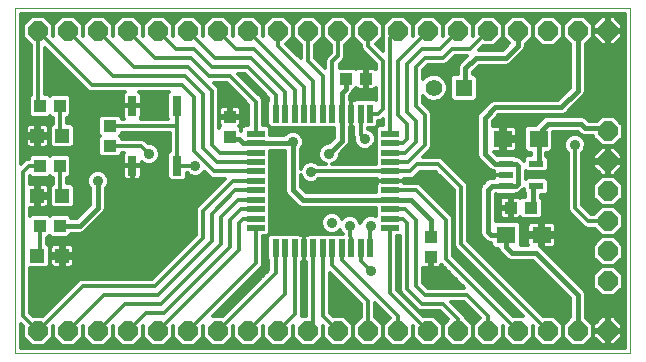
<source format=gtl>
G75*
G70*
%OFA0B0*%
%FSLAX24Y24*%
%IPPOS*%
%LPD*%
%AMOC8*
5,1,8,0,0,1.08239X$1,22.5*
%
%ADD10C,0.0000*%
%ADD11OC8,0.0640*%
%ADD12R,0.0394X0.0433*%
%ADD13R,0.0433X0.0394*%
%ADD14R,0.0630X0.0551*%
%ADD15R,0.0300X0.0650*%
%ADD16R,0.0472X0.0472*%
%ADD17R,0.0472X0.0217*%
%ADD18R,0.0197X0.0591*%
%ADD19R,0.0591X0.0197*%
%ADD20R,0.0555X0.0555*%
%ADD21C,0.0555*%
%ADD22C,0.0120*%
%ADD23C,0.0350*%
%ADD24C,0.0160*%
D10*
X002256Y000411D02*
X002256Y011911D01*
X022756Y011911D01*
X022756Y000411D01*
X002256Y000411D01*
D11*
X003006Y001161D03*
X004006Y001161D03*
X005006Y001161D03*
X006006Y001161D03*
X007006Y001161D03*
X008006Y001161D03*
X009006Y001161D03*
X010006Y001161D03*
X011006Y001161D03*
X012006Y001161D03*
X013006Y001161D03*
X014006Y001161D03*
X015006Y001161D03*
X016006Y001161D03*
X017006Y001161D03*
X018006Y001161D03*
X019006Y001161D03*
X020006Y001161D03*
X021006Y001161D03*
X022006Y001161D03*
X022006Y002811D03*
X022006Y003811D03*
X022006Y004811D03*
X022006Y005811D03*
X022006Y006811D03*
X022006Y007811D03*
X022006Y011161D03*
X021006Y011161D03*
X020006Y011161D03*
X019006Y011161D03*
X018006Y011161D03*
X017006Y011161D03*
X016006Y011161D03*
X015006Y011161D03*
X014006Y011161D03*
X013006Y011161D03*
X012006Y011161D03*
X011006Y011161D03*
X010006Y011161D03*
X009006Y011161D03*
X008006Y011161D03*
X007006Y011161D03*
X006006Y011161D03*
X005006Y011161D03*
X004006Y011161D03*
X003006Y011161D03*
D12*
X003071Y008661D03*
X003740Y008661D03*
X003740Y006661D03*
X003071Y006661D03*
X003071Y004661D03*
X003740Y004661D03*
X009406Y007627D03*
X009406Y008296D03*
X016106Y004296D03*
X016106Y003627D03*
D13*
X018771Y005261D03*
X019440Y005261D03*
X013940Y009561D03*
X013271Y009561D03*
X005406Y007996D03*
X005406Y007327D03*
D14*
X018515Y007561D03*
X019696Y007561D03*
X019796Y004361D03*
X018615Y004361D03*
D15*
X007656Y006661D03*
X006156Y006661D03*
X006156Y008661D03*
X007656Y008661D03*
D16*
X003819Y007661D03*
X002992Y007661D03*
X002992Y005661D03*
X003819Y005661D03*
X003819Y003661D03*
X002992Y003661D03*
D17*
X018594Y005987D03*
X018594Y006361D03*
X018594Y006735D03*
X019617Y006735D03*
X019617Y005987D03*
D18*
X014080Y003917D03*
X013766Y003917D03*
X013451Y003917D03*
X013136Y003917D03*
X012821Y003917D03*
X012506Y003917D03*
X012191Y003917D03*
X011876Y003917D03*
X011561Y003917D03*
X011246Y003917D03*
X010931Y003917D03*
X010931Y008405D03*
X011246Y008405D03*
X011561Y008405D03*
X011876Y008405D03*
X012191Y008405D03*
X012506Y008405D03*
X012821Y008405D03*
X013136Y008405D03*
X013451Y008405D03*
X013766Y008405D03*
X014080Y008405D03*
D19*
X014750Y007736D03*
X014750Y007421D03*
X014750Y007106D03*
X014750Y006791D03*
X014750Y006476D03*
X014750Y006161D03*
X014750Y005846D03*
X014750Y005531D03*
X014750Y005216D03*
X014750Y004901D03*
X014750Y004586D03*
X010262Y004586D03*
X010262Y004901D03*
X010262Y005216D03*
X010262Y005531D03*
X010262Y005846D03*
X010262Y006161D03*
X010262Y006476D03*
X010262Y006791D03*
X010262Y007106D03*
X010262Y007421D03*
X010262Y007736D03*
D20*
X017206Y009261D03*
D21*
X016206Y009261D03*
D22*
X016663Y009289D02*
X016748Y009289D01*
X016663Y009352D02*
X016663Y009170D01*
X016593Y009002D01*
X016465Y008873D01*
X016297Y008804D01*
X016115Y008804D01*
X015946Y008873D01*
X015846Y008974D01*
X015846Y008761D01*
X016109Y008497D01*
X016146Y008409D01*
X016146Y008314D01*
X016146Y007314D01*
X016109Y007225D01*
X016042Y007158D01*
X015835Y006951D01*
X016308Y006951D01*
X016403Y006951D01*
X016492Y006915D01*
X017309Y006097D01*
X017346Y006009D01*
X017346Y005914D01*
X017346Y004161D01*
X018642Y002865D01*
X018642Y002865D01*
X018959Y002547D01*
X018959Y002547D01*
X019845Y001661D01*
X020213Y001661D01*
X020506Y001368D01*
X020506Y000954D01*
X020799Y000661D01*
X021213Y000661D01*
X021506Y000954D01*
X021506Y001368D01*
X021266Y001608D01*
X021266Y002413D01*
X021226Y002509D01*
X021153Y002582D01*
X019753Y003982D01*
X019736Y003989D01*
X019736Y004301D01*
X019856Y004301D01*
X019856Y003926D01*
X020132Y003926D01*
X020173Y003937D01*
X020209Y003958D01*
X020239Y003987D01*
X020260Y004024D01*
X020271Y004065D01*
X020271Y004301D01*
X019856Y004301D01*
X019856Y004421D01*
X020271Y004421D01*
X020271Y004658D01*
X020260Y004699D01*
X020239Y004735D01*
X020209Y004765D01*
X020173Y004786D01*
X020132Y004797D01*
X019856Y004797D01*
X019856Y004421D01*
X019736Y004421D01*
X019736Y004301D01*
X019321Y004301D01*
X019321Y004065D01*
X019332Y004024D01*
X019334Y004021D01*
X019110Y004021D01*
X019110Y004711D01*
X019005Y004817D01*
X018266Y004817D01*
X018266Y005716D01*
X018283Y005699D01*
X018905Y005699D01*
X018933Y005727D01*
X018983Y005727D01*
X019079Y005767D01*
X019153Y005841D01*
X019201Y005889D01*
X019201Y005804D01*
X019246Y005760D01*
X019246Y005638D01*
X019149Y005638D01*
X019092Y005580D01*
X019086Y005586D01*
X019049Y005607D01*
X019009Y005618D01*
X018809Y005618D01*
X018809Y005300D01*
X018733Y005300D01*
X018733Y005618D01*
X018533Y005618D01*
X018493Y005607D01*
X018456Y005586D01*
X018426Y005556D01*
X018405Y005520D01*
X018394Y005479D01*
X018394Y005300D01*
X018732Y005300D01*
X018732Y005223D01*
X018394Y005223D01*
X018394Y005043D01*
X018405Y005003D01*
X018426Y004966D01*
X018456Y004936D01*
X018493Y004915D01*
X018533Y004904D01*
X018733Y004904D01*
X018733Y005223D01*
X018809Y005223D01*
X018809Y004904D01*
X019009Y004904D01*
X019049Y004915D01*
X019086Y004936D01*
X019092Y004942D01*
X019149Y004884D01*
X019731Y004884D01*
X019837Y004990D01*
X019837Y005533D01*
X019766Y005604D01*
X019766Y005699D01*
X019928Y005699D01*
X020034Y005804D01*
X020034Y006170D01*
X019928Y006275D01*
X019307Y006275D01*
X019266Y006234D01*
X019266Y006488D01*
X019307Y006447D01*
X019928Y006447D01*
X020034Y006552D01*
X020034Y006918D01*
X019956Y006996D01*
X019956Y007106D01*
X020086Y007106D01*
X020191Y007211D01*
X020191Y007801D01*
X020998Y007801D01*
X021035Y007764D01*
X021108Y007691D01*
X021204Y007651D01*
X021506Y007651D01*
X021506Y007604D01*
X021799Y007311D01*
X022213Y007311D01*
X022506Y007604D01*
X022506Y008018D01*
X022213Y008311D01*
X021799Y008311D01*
X021659Y008171D01*
X021363Y008171D01*
X021253Y008282D01*
X021157Y008321D01*
X021054Y008321D01*
X019954Y008321D01*
X019858Y008282D01*
X019785Y008209D01*
X019594Y008017D01*
X019307Y008017D01*
X019201Y007911D01*
X019201Y007211D01*
X019307Y007106D01*
X019436Y007106D01*
X019436Y007024D01*
X019307Y007024D01*
X019201Y006918D01*
X019201Y006833D01*
X019153Y006882D01*
X019079Y006956D01*
X018983Y006995D01*
X018933Y006995D01*
X018905Y007024D01*
X018311Y007024D01*
X018209Y007126D01*
X018455Y007126D01*
X018455Y007501D01*
X018575Y007501D01*
X018575Y007126D01*
X018851Y007126D01*
X018892Y007137D01*
X018928Y007158D01*
X018958Y007187D01*
X018979Y007224D01*
X018990Y007265D01*
X018990Y007501D01*
X018575Y007501D01*
X018575Y007621D01*
X018990Y007621D01*
X018990Y007858D01*
X018979Y007899D01*
X018958Y007935D01*
X018928Y007965D01*
X018892Y007986D01*
X018851Y007997D01*
X018575Y007997D01*
X018575Y007621D01*
X018455Y007621D01*
X018455Y007997D01*
X018179Y007997D01*
X018166Y007993D01*
X018166Y008154D01*
X018363Y008351D01*
X020404Y008351D01*
X020507Y008351D01*
X020603Y008391D01*
X021153Y008941D01*
X021226Y009014D01*
X021266Y009110D01*
X021266Y010714D01*
X021506Y010954D01*
X021506Y011368D01*
X021213Y011661D01*
X020799Y011661D01*
X020506Y011368D01*
X020213Y011661D01*
X019799Y011661D01*
X019506Y011368D01*
X019506Y010954D01*
X019799Y010661D01*
X020213Y010661D01*
X020506Y010954D01*
X020746Y010714D01*
X020746Y009269D01*
X020348Y008871D01*
X018204Y008871D01*
X018108Y008832D01*
X018035Y008759D01*
X017685Y008409D01*
X017646Y008313D01*
X017646Y008210D01*
X017646Y007010D01*
X017685Y006914D01*
X017758Y006841D01*
X018084Y006515D01*
X018180Y006475D01*
X018198Y006475D01*
X018198Y006361D01*
X018198Y006247D01*
X018183Y006247D01*
X018080Y006247D01*
X017984Y006208D01*
X017858Y006082D01*
X017785Y006009D01*
X017746Y005913D01*
X017746Y004513D01*
X017746Y004410D01*
X017785Y004314D01*
X017885Y004214D01*
X017958Y004141D01*
X018054Y004101D01*
X018120Y004101D01*
X018120Y004011D01*
X018226Y003906D01*
X018355Y003906D01*
X018355Y003900D01*
X018395Y003805D01*
X018585Y003614D01*
X018658Y003541D01*
X018754Y003501D01*
X019498Y003501D01*
X020746Y002254D01*
X020746Y001608D01*
X020506Y001368D01*
X020506Y000954D01*
X020213Y000661D01*
X019799Y000661D01*
X019506Y000954D01*
X019506Y001322D01*
X019506Y001322D01*
X019506Y000954D01*
X019213Y000661D01*
X018799Y000661D01*
X018506Y000954D01*
X018506Y001322D01*
X018506Y001322D01*
X018506Y000954D01*
X018213Y000661D01*
X017799Y000661D01*
X017506Y000954D01*
X017506Y001368D01*
X017732Y001595D01*
X017206Y002121D01*
X016785Y002121D01*
X017142Y001765D01*
X017209Y001697D01*
X017232Y001642D01*
X017506Y001368D01*
X017506Y000954D01*
X017213Y000661D01*
X016799Y000661D01*
X016506Y000954D01*
X016506Y001368D01*
X016682Y001545D01*
X016406Y001821D01*
X015758Y001821D01*
X015670Y001858D01*
X015602Y001925D01*
X015102Y002425D01*
X015066Y002514D01*
X015066Y002609D01*
X015066Y004308D01*
X014990Y004308D01*
X014990Y002517D01*
X015845Y001661D01*
X016213Y001661D01*
X016506Y001368D01*
X016506Y000954D01*
X016213Y000661D01*
X015799Y000661D01*
X015506Y000954D01*
X015506Y001322D01*
X015506Y001322D01*
X015506Y000954D01*
X015213Y000661D01*
X014799Y000661D01*
X014506Y000954D01*
X014506Y001368D01*
X014732Y001595D01*
X014246Y002082D01*
X014246Y001628D01*
X014506Y001368D01*
X014506Y000954D01*
X014213Y000661D01*
X013799Y000661D01*
X013506Y000954D01*
X013506Y001368D01*
X013766Y001628D01*
X013766Y002062D01*
X012746Y003082D01*
X012746Y001761D01*
X012845Y001661D01*
X013213Y001661D01*
X013506Y001368D01*
X013506Y000954D01*
X013213Y000661D01*
X012799Y000661D01*
X012506Y000954D01*
X012506Y001322D01*
X012506Y001322D01*
X012506Y000954D01*
X012213Y000661D01*
X011799Y000661D01*
X011506Y000954D01*
X011506Y001322D01*
X011506Y001322D01*
X011506Y000954D01*
X011213Y000661D01*
X010799Y000661D01*
X010506Y000954D01*
X010506Y001322D01*
X010506Y001322D01*
X010506Y000954D01*
X010213Y000661D01*
X009799Y000661D01*
X009506Y000954D01*
X009506Y001322D01*
X009506Y001322D01*
X009506Y000954D01*
X009213Y000661D01*
X008799Y000661D01*
X008506Y000954D01*
X008506Y001322D01*
X008506Y001322D01*
X008506Y000954D01*
X008213Y000661D01*
X007799Y000661D01*
X007506Y000954D01*
X007506Y001322D01*
X007506Y001322D01*
X007506Y000954D01*
X007213Y000661D01*
X006799Y000661D01*
X006506Y000954D01*
X006506Y001322D01*
X006506Y001322D01*
X006506Y000954D01*
X006213Y000661D01*
X005799Y000661D01*
X005506Y000954D01*
X005506Y001322D01*
X005506Y001322D01*
X005506Y000954D01*
X005213Y000661D01*
X004799Y000661D01*
X004506Y000954D01*
X004506Y001322D01*
X004506Y001322D01*
X004506Y000954D01*
X004213Y000661D01*
X003799Y000661D01*
X003506Y000954D01*
X003506Y001322D01*
X003506Y001322D01*
X003506Y000954D01*
X003213Y000661D01*
X002799Y000661D01*
X002506Y000954D01*
X002506Y001322D01*
X002436Y001392D01*
X002436Y000591D01*
X022576Y000591D01*
X022576Y011731D01*
X002436Y011731D01*
X002436Y006731D01*
X002570Y006865D01*
X002658Y006901D01*
X002694Y006901D01*
X002694Y006952D01*
X002800Y007058D01*
X003342Y007058D01*
X003406Y006994D01*
X003469Y007058D01*
X004012Y007058D01*
X004117Y006952D01*
X004117Y006370D01*
X004012Y006265D01*
X003980Y006265D01*
X003980Y006077D01*
X004130Y006077D01*
X004235Y005972D01*
X004235Y005350D01*
X004130Y005245D01*
X003508Y005245D01*
X003403Y005350D01*
X003403Y005972D01*
X003500Y006069D01*
X003500Y006265D01*
X003469Y006265D01*
X003406Y006328D01*
X003342Y006265D01*
X002800Y006265D01*
X002746Y006319D01*
X002746Y006057D01*
X002934Y006057D01*
X002934Y005720D01*
X003050Y005720D01*
X003050Y006057D01*
X003250Y006057D01*
X003290Y006047D01*
X003327Y006025D01*
X003356Y005996D01*
X003378Y005959D01*
X003388Y005919D01*
X003388Y005719D01*
X003051Y005719D01*
X003051Y005603D01*
X003388Y005603D01*
X003388Y005404D01*
X003378Y005363D01*
X003356Y005327D01*
X003327Y005297D01*
X003290Y005276D01*
X003250Y005265D01*
X003050Y005265D01*
X003050Y005603D01*
X002934Y005603D01*
X002934Y005265D01*
X002746Y005265D01*
X002746Y005004D01*
X002800Y005058D01*
X003342Y005058D01*
X003406Y004994D01*
X003469Y005058D01*
X004012Y005058D01*
X004117Y004952D01*
X004117Y004921D01*
X004298Y004921D01*
X004746Y005369D01*
X004746Y005919D01*
X004705Y005960D01*
X004651Y006091D01*
X004651Y006232D01*
X004705Y006362D01*
X004805Y006462D01*
X004935Y006516D01*
X005076Y006516D01*
X005207Y006462D01*
X005307Y006362D01*
X005361Y006232D01*
X005361Y006091D01*
X005307Y005960D01*
X005266Y005919D01*
X005266Y005210D01*
X005226Y005114D01*
X005153Y005041D01*
X004553Y004441D01*
X004457Y004401D01*
X004354Y004401D01*
X004117Y004401D01*
X004117Y004370D01*
X004012Y004265D01*
X003469Y004265D01*
X003406Y004328D01*
X003342Y004265D01*
X003311Y004265D01*
X003311Y004069D01*
X003408Y003972D01*
X003408Y003350D01*
X003303Y003245D01*
X002746Y003245D01*
X002746Y001761D01*
X002845Y001661D01*
X003166Y001661D01*
X004370Y002865D01*
X004458Y002901D01*
X004553Y002901D01*
X006806Y002901D01*
X008266Y004361D01*
X008266Y005209D01*
X008302Y005297D01*
X008370Y005365D01*
X009241Y006236D01*
X008938Y006236D01*
X008843Y006236D01*
X008755Y006273D01*
X008560Y006468D01*
X008557Y006460D01*
X008457Y006360D01*
X008326Y006306D01*
X008185Y006306D01*
X008055Y006360D01*
X007994Y006421D01*
X007986Y006421D01*
X007986Y006262D01*
X007880Y006156D01*
X007431Y006156D01*
X007326Y006262D01*
X007326Y007061D01*
X007416Y007151D01*
X007416Y007756D01*
X005802Y007756D01*
X005802Y007724D01*
X005739Y007661D01*
X005802Y007598D01*
X005802Y007567D01*
X006393Y007567D01*
X006488Y007567D01*
X006576Y007530D01*
X006690Y007416D01*
X006776Y007416D01*
X006907Y007362D01*
X007007Y007262D01*
X007061Y007132D01*
X007061Y006991D01*
X007007Y006860D01*
X006907Y006760D01*
X006776Y006706D01*
X006635Y006706D01*
X006505Y006760D01*
X006466Y006799D01*
X006466Y006676D01*
X006171Y006676D01*
X006171Y006646D01*
X006466Y006646D01*
X006466Y006315D01*
X006455Y006274D01*
X006434Y006238D01*
X006404Y006208D01*
X006367Y006187D01*
X006327Y006176D01*
X006171Y006176D01*
X006171Y006646D01*
X006141Y006646D01*
X006141Y006176D01*
X005985Y006176D01*
X005944Y006187D01*
X005907Y006208D01*
X005878Y006238D01*
X005857Y006274D01*
X005846Y006315D01*
X005846Y006646D01*
X006140Y006646D01*
X006140Y006676D01*
X005846Y006676D01*
X005846Y007007D01*
X005857Y007048D01*
X005878Y007084D01*
X005880Y007087D01*
X005802Y007087D01*
X005802Y007055D01*
X005697Y006950D01*
X005115Y006950D01*
X005009Y007055D01*
X005009Y007598D01*
X005072Y007661D01*
X005009Y007724D01*
X005009Y008267D01*
X005115Y008373D01*
X005697Y008373D01*
X005802Y008267D01*
X005802Y008236D01*
X005880Y008236D01*
X005878Y008238D01*
X005857Y008274D01*
X005846Y008315D01*
X005846Y008646D01*
X006140Y008646D01*
X006140Y008676D01*
X005846Y008676D01*
X005846Y009007D01*
X005857Y009048D01*
X005878Y009084D01*
X005907Y009114D01*
X005920Y009121D01*
X004853Y009121D01*
X004758Y009121D01*
X004670Y009158D01*
X003246Y010582D01*
X003246Y009058D01*
X003342Y009058D01*
X003406Y008994D01*
X003469Y009058D01*
X004012Y009058D01*
X004117Y008952D01*
X004117Y008370D01*
X004012Y008265D01*
X003980Y008265D01*
X003980Y008077D01*
X004130Y008077D01*
X004235Y007972D01*
X004235Y007350D01*
X004130Y007245D01*
X003508Y007245D01*
X003403Y007350D01*
X003403Y007972D01*
X003500Y008069D01*
X003500Y008265D01*
X003469Y008265D01*
X003406Y008328D01*
X003342Y008265D01*
X002800Y008265D01*
X002694Y008370D01*
X002694Y008952D01*
X002766Y009024D01*
X002766Y010694D01*
X002506Y010954D01*
X002506Y011368D01*
X002799Y011661D01*
X003213Y011661D01*
X003506Y011368D01*
X003506Y011001D01*
X003506Y011001D01*
X003506Y011368D01*
X003799Y011661D01*
X004213Y011661D01*
X004506Y011368D01*
X004506Y011001D01*
X004506Y011001D01*
X004506Y011368D01*
X004799Y011661D01*
X005213Y011661D01*
X005506Y011368D01*
X005506Y011001D01*
X005506Y011001D01*
X005506Y011368D01*
X005799Y011661D01*
X006213Y011661D01*
X006506Y011368D01*
X006506Y011001D01*
X006506Y011001D01*
X006506Y011368D01*
X006799Y011661D01*
X007213Y011661D01*
X007506Y011368D01*
X007506Y011001D01*
X007506Y011001D01*
X007506Y011368D01*
X007799Y011661D01*
X008213Y011661D01*
X008506Y011368D01*
X008506Y011001D01*
X008506Y011001D01*
X008506Y011368D01*
X008799Y011661D01*
X009213Y011661D01*
X009506Y011368D01*
X009506Y011001D01*
X009506Y011001D01*
X009506Y011368D01*
X009799Y011661D01*
X010213Y011661D01*
X010506Y011368D01*
X010506Y011001D01*
X010506Y011001D01*
X010506Y011368D01*
X010799Y011661D01*
X011213Y011661D01*
X011506Y011368D01*
X011506Y010954D01*
X011766Y010694D01*
X011766Y010241D01*
X011279Y010727D01*
X011506Y010954D01*
X011506Y011368D01*
X011799Y011661D01*
X012213Y011661D01*
X012506Y011368D01*
X012506Y010954D01*
X012766Y010694D01*
X012766Y010431D01*
X012617Y010282D01*
X012581Y010194D01*
X012581Y010099D01*
X012581Y009926D01*
X012246Y010261D01*
X012246Y010694D01*
X012506Y010954D01*
X012506Y011368D01*
X012799Y011661D01*
X013213Y011661D01*
X013506Y011368D01*
X013506Y010954D01*
X013766Y010694D01*
X013766Y010614D01*
X013802Y010525D01*
X013870Y010458D01*
X014266Y010062D01*
X014266Y009875D01*
X014255Y009886D01*
X014219Y009907D01*
X014178Y009918D01*
X013979Y009918D01*
X013979Y009600D01*
X013902Y009600D01*
X013902Y009918D01*
X013703Y009918D01*
X013662Y009907D01*
X013626Y009886D01*
X013620Y009880D01*
X013562Y009938D01*
X013061Y009938D01*
X013061Y010047D01*
X013209Y010195D01*
X013246Y010284D01*
X013246Y010379D01*
X013246Y010694D01*
X013506Y010954D01*
X013506Y011368D01*
X013799Y011661D01*
X014213Y011661D01*
X014506Y011368D01*
X014506Y010954D01*
X014510Y010950D01*
X014510Y010920D01*
X014509Y010875D01*
X014510Y010872D01*
X014510Y010496D01*
X014279Y010727D01*
X014506Y010954D01*
X014506Y011368D01*
X014799Y011661D01*
X015213Y011661D01*
X015506Y011368D01*
X015506Y011001D01*
X015506Y011001D01*
X015506Y011368D01*
X015799Y011661D01*
X016213Y011661D01*
X016506Y011368D01*
X016506Y011001D01*
X016506Y011001D01*
X016506Y011368D01*
X016799Y011661D01*
X017213Y011661D01*
X017506Y011368D01*
X017506Y011001D01*
X017506Y011001D01*
X017506Y011368D01*
X017799Y011661D01*
X018213Y011661D01*
X018506Y011368D01*
X018506Y010954D01*
X018718Y010742D01*
X018498Y010521D01*
X017705Y010521D01*
X017845Y010661D01*
X018213Y010661D01*
X018506Y010954D01*
X018506Y011368D01*
X018799Y011661D01*
X019213Y011661D01*
X019506Y011368D01*
X019506Y010954D01*
X019266Y010714D01*
X019266Y010610D01*
X019226Y010514D01*
X019153Y010441D01*
X018753Y010041D01*
X018657Y010001D01*
X018554Y010001D01*
X017713Y010001D01*
X017516Y009804D01*
X017516Y009719D01*
X017558Y009719D01*
X017663Y009613D01*
X017663Y008909D01*
X017558Y008804D01*
X016854Y008804D01*
X016748Y008909D01*
X016748Y009613D01*
X016854Y009719D01*
X016996Y009719D01*
X016996Y009860D01*
X016996Y009963D01*
X017035Y010059D01*
X017298Y010321D01*
X016905Y010321D01*
X016709Y010125D01*
X016709Y010125D01*
X016642Y010058D01*
X016553Y010021D01*
X016005Y010021D01*
X015846Y009862D01*
X015846Y009548D01*
X015946Y009649D01*
X016115Y009719D01*
X016297Y009719D01*
X016465Y009649D01*
X016593Y009520D01*
X016663Y009352D01*
X016640Y009408D02*
X016748Y009408D01*
X016748Y009526D02*
X016588Y009526D01*
X016469Y009645D02*
X016780Y009645D01*
X016996Y009763D02*
X015846Y009763D01*
X015846Y009645D02*
X015942Y009645D01*
X015866Y009882D02*
X016996Y009882D01*
X017011Y010000D02*
X015984Y010000D01*
X015906Y010261D02*
X015606Y009961D01*
X015606Y008661D01*
X015906Y008361D01*
X015906Y007361D01*
X015336Y006791D01*
X014750Y006791D01*
X014750Y006476D02*
X012121Y006476D01*
X012106Y006461D01*
X012353Y006716D02*
X012307Y006762D01*
X012176Y006816D01*
X012035Y006816D01*
X011905Y006762D01*
X011805Y006662D01*
X011766Y006568D01*
X011766Y007219D01*
X011807Y007260D01*
X011861Y007391D01*
X011861Y007532D01*
X011807Y007662D01*
X011707Y007762D01*
X011576Y007816D01*
X011435Y007816D01*
X011305Y007762D01*
X011223Y007681D01*
X010737Y007681D01*
X010737Y007909D01*
X010631Y008014D01*
X010502Y008014D01*
X010502Y008758D01*
X010502Y008853D01*
X010465Y008941D01*
X009685Y009721D01*
X009906Y009721D01*
X010691Y008937D01*
X010691Y008814D01*
X010652Y008775D01*
X010652Y008036D01*
X010758Y007930D01*
X011104Y007930D01*
X011419Y007930D01*
X011734Y007930D01*
X012049Y007930D01*
X012364Y007930D01*
X012679Y007930D01*
X012876Y007930D01*
X012876Y007599D01*
X012693Y007416D01*
X012635Y007416D01*
X012505Y007362D01*
X012405Y007262D01*
X012351Y007132D01*
X012351Y006991D01*
X012405Y006860D01*
X012505Y006760D01*
X012611Y006716D01*
X012353Y006716D01*
X012465Y006800D02*
X012216Y006800D01*
X012381Y006918D02*
X011766Y006918D01*
X011766Y006800D02*
X011995Y006800D01*
X011824Y006681D02*
X011766Y006681D01*
X011766Y006355D02*
X011805Y006260D01*
X011905Y006160D01*
X012035Y006106D01*
X012176Y006106D01*
X012307Y006160D01*
X012383Y006236D01*
X014294Y006236D01*
X014294Y006161D01*
X014294Y006042D01*
X014295Y006040D01*
X014274Y006019D01*
X014274Y005791D01*
X011943Y005791D01*
X011766Y005969D01*
X011766Y006355D01*
X011766Y006326D02*
X011778Y006326D01*
X011766Y006207D02*
X011858Y006207D01*
X011766Y006088D02*
X014294Y006088D01*
X014294Y006161D02*
X014749Y006161D01*
X014749Y006161D01*
X014294Y006161D01*
X014294Y006207D02*
X012353Y006207D01*
X011883Y005851D02*
X014274Y005851D01*
X014274Y005970D02*
X011766Y005970D01*
X011246Y005970D02*
X010737Y005970D01*
X010737Y006019D02*
X010737Y006334D01*
X010737Y006649D01*
X010737Y006964D01*
X010737Y007161D01*
X011246Y007161D01*
X011246Y005810D01*
X011285Y005714D01*
X011358Y005641D01*
X011688Y005311D01*
X011784Y005271D01*
X011887Y005271D01*
X014274Y005271D01*
X014274Y005043D01*
X014274Y004976D01*
X014176Y005016D01*
X014035Y005016D01*
X013905Y004962D01*
X013805Y004862D01*
X013756Y004744D01*
X013707Y004862D01*
X013607Y004962D01*
X013476Y005016D01*
X013335Y005016D01*
X013205Y004962D01*
X013135Y004893D01*
X013107Y004962D01*
X013007Y005062D01*
X012876Y005116D01*
X012735Y005116D01*
X012605Y005062D01*
X012505Y004962D01*
X012451Y004832D01*
X012451Y004691D01*
X012505Y004560D01*
X012605Y004460D01*
X012735Y004406D01*
X012876Y004406D01*
X013007Y004460D01*
X013076Y004530D01*
X013105Y004460D01*
X013173Y004392D01*
X012963Y004392D01*
X012648Y004392D01*
X012333Y004392D01*
X012018Y004392D01*
X011997Y004372D01*
X011995Y004372D01*
X011876Y004372D01*
X011876Y003918D01*
X011876Y003918D01*
X011876Y004372D01*
X011756Y004372D01*
X011754Y004372D01*
X011734Y004392D01*
X011388Y004392D01*
X011073Y004392D01*
X010758Y004392D01*
X010652Y004287D01*
X010652Y003547D01*
X010691Y003509D01*
X010691Y003186D01*
X009166Y001661D01*
X008845Y001661D01*
X010465Y003281D01*
X010502Y003369D01*
X010502Y003465D01*
X010502Y004308D01*
X010631Y004308D01*
X010737Y004413D01*
X010737Y004759D01*
X010737Y005074D01*
X010737Y005389D01*
X010737Y005704D01*
X010737Y006019D01*
X010737Y006088D02*
X011246Y006088D01*
X011246Y006207D02*
X010737Y006207D01*
X010737Y006326D02*
X011246Y006326D01*
X011246Y006444D02*
X010737Y006444D01*
X010737Y006563D02*
X011246Y006563D01*
X011246Y006681D02*
X010737Y006681D01*
X010737Y006800D02*
X011246Y006800D01*
X011246Y006918D02*
X010737Y006918D01*
X010737Y007037D02*
X011246Y007037D01*
X011246Y007155D02*
X010737Y007155D01*
X010262Y007106D02*
X009061Y007106D01*
X008806Y007361D01*
X008806Y009161D01*
X008006Y009961D01*
X006206Y009961D01*
X005006Y011161D01*
X005506Y011186D02*
X005506Y011186D01*
X005506Y011304D02*
X005506Y011304D01*
X005560Y011423D02*
X005451Y011423D01*
X005333Y011541D02*
X005679Y011541D01*
X005797Y011660D02*
X005214Y011660D01*
X004797Y011660D02*
X004214Y011660D01*
X004333Y011541D02*
X004679Y011541D01*
X004560Y011423D02*
X004451Y011423D01*
X004506Y011304D02*
X004506Y011304D01*
X004506Y011186D02*
X004506Y011186D01*
X004506Y011067D02*
X004506Y011067D01*
X004006Y011161D02*
X005506Y009661D01*
X007906Y009661D01*
X008506Y009061D01*
X008506Y007261D01*
X008976Y006791D01*
X010262Y006791D01*
X010262Y006476D02*
X008891Y006476D01*
X008206Y007161D01*
X008206Y008961D01*
X007806Y009361D01*
X004806Y009361D01*
X003006Y011161D01*
X003006Y008761D01*
X003071Y008696D01*
X003071Y008661D01*
X002694Y008696D02*
X002436Y008696D01*
X002436Y008578D02*
X002694Y008578D01*
X002694Y008459D02*
X002436Y008459D01*
X002436Y008341D02*
X002724Y008341D01*
X002436Y008222D02*
X003500Y008222D01*
X003500Y008104D02*
X002436Y008104D01*
X002436Y007985D02*
X002622Y007985D01*
X002628Y007996D02*
X002607Y007959D01*
X002596Y007919D01*
X002596Y007719D01*
X002934Y007719D01*
X002934Y007603D01*
X003050Y007603D01*
X003050Y007265D01*
X003250Y007265D01*
X003290Y007276D01*
X003327Y007297D01*
X003356Y007327D01*
X003378Y007363D01*
X003388Y007404D01*
X003388Y007603D01*
X003051Y007603D01*
X003051Y007719D01*
X003388Y007719D01*
X003388Y007919D01*
X003378Y007959D01*
X003356Y007996D01*
X003327Y008025D01*
X003290Y008047D01*
X003250Y008057D01*
X003050Y008057D01*
X003050Y007720D01*
X002934Y007720D01*
X002934Y008057D01*
X002735Y008057D01*
X002694Y008047D01*
X002658Y008025D01*
X002628Y007996D01*
X002596Y007867D02*
X002436Y007867D01*
X002436Y007748D02*
X002596Y007748D01*
X002596Y007603D02*
X002596Y007404D01*
X002607Y007363D01*
X002628Y007327D01*
X002658Y007297D01*
X002694Y007276D01*
X002735Y007265D01*
X002934Y007265D01*
X002934Y007603D01*
X002596Y007603D01*
X002596Y007511D02*
X002436Y007511D01*
X002436Y007629D02*
X002934Y007629D01*
X003051Y007629D02*
X003403Y007629D01*
X003388Y007511D02*
X003403Y007511D01*
X003403Y007392D02*
X003385Y007392D01*
X003479Y007274D02*
X003282Y007274D01*
X003050Y007274D02*
X002934Y007274D01*
X002934Y007392D02*
X003050Y007392D01*
X003050Y007511D02*
X002934Y007511D01*
X002599Y007392D02*
X002436Y007392D01*
X002436Y007274D02*
X002702Y007274D01*
X002779Y007037D02*
X002436Y007037D01*
X002436Y007155D02*
X005009Y007155D01*
X005009Y007274D02*
X004159Y007274D01*
X004235Y007392D02*
X005009Y007392D01*
X005009Y007511D02*
X004235Y007511D01*
X004235Y007629D02*
X005041Y007629D01*
X005009Y007748D02*
X004235Y007748D01*
X004235Y007867D02*
X005009Y007867D01*
X005009Y007985D02*
X004222Y007985D01*
X003980Y008104D02*
X005009Y008104D01*
X005009Y008222D02*
X003980Y008222D01*
X004088Y008341D02*
X005083Y008341D01*
X005406Y007996D02*
X007656Y007996D01*
X007656Y006661D01*
X008256Y006661D01*
X008540Y006444D02*
X008583Y006444D01*
X008702Y006326D02*
X008373Y006326D01*
X008139Y006326D02*
X007986Y006326D01*
X007931Y006207D02*
X009212Y006207D01*
X009093Y006088D02*
X005360Y006088D01*
X005361Y006207D02*
X005910Y006207D01*
X005846Y006326D02*
X005322Y006326D01*
X005225Y006444D02*
X005846Y006444D01*
X005846Y006563D02*
X004117Y006563D01*
X004117Y006681D02*
X005846Y006681D01*
X005846Y006800D02*
X004117Y006800D01*
X004117Y006918D02*
X005846Y006918D01*
X005854Y007037D02*
X005784Y007037D01*
X005406Y007327D02*
X006440Y007327D01*
X006706Y007061D01*
X007031Y006918D02*
X007326Y006918D01*
X007326Y006800D02*
X006946Y006800D01*
X007061Y007037D02*
X007326Y007037D01*
X007416Y007155D02*
X007051Y007155D01*
X006995Y007274D02*
X007416Y007274D01*
X007416Y007392D02*
X006834Y007392D01*
X006595Y007511D02*
X007416Y007511D01*
X007416Y007629D02*
X005771Y007629D01*
X005802Y007748D02*
X007416Y007748D01*
X007656Y007996D02*
X007656Y008661D01*
X007326Y008696D02*
X006466Y008696D01*
X006466Y008676D02*
X006171Y008676D01*
X006171Y008646D01*
X006466Y008646D01*
X006466Y008315D01*
X006455Y008274D01*
X006434Y008238D01*
X006431Y008236D01*
X007352Y008236D01*
X007326Y008262D01*
X007326Y009061D01*
X007386Y009121D01*
X006392Y009121D01*
X006404Y009114D01*
X006434Y009084D01*
X006455Y009048D01*
X006466Y009007D01*
X006466Y008676D01*
X006466Y008578D02*
X007326Y008578D01*
X007326Y008459D02*
X006466Y008459D01*
X006466Y008341D02*
X007326Y008341D01*
X007326Y008815D02*
X006466Y008815D01*
X006466Y008933D02*
X007326Y008933D01*
X007326Y009052D02*
X006452Y009052D01*
X005859Y009052D02*
X004017Y009052D01*
X004117Y008933D02*
X005846Y008933D01*
X005846Y008815D02*
X004117Y008815D01*
X004117Y008696D02*
X005846Y008696D01*
X005846Y008578D02*
X004117Y008578D01*
X004117Y008459D02*
X005846Y008459D01*
X005846Y008341D02*
X005729Y008341D01*
X004657Y009171D02*
X003246Y009171D01*
X003246Y009289D02*
X004538Y009289D01*
X004420Y009408D02*
X003246Y009408D01*
X003246Y009526D02*
X004301Y009526D01*
X004183Y009645D02*
X003246Y009645D01*
X003246Y009763D02*
X004064Y009763D01*
X003946Y009882D02*
X003246Y009882D01*
X003246Y010000D02*
X003827Y010000D01*
X003709Y010119D02*
X003246Y010119D01*
X003246Y010237D02*
X003590Y010237D01*
X003471Y010356D02*
X003246Y010356D01*
X003246Y010475D02*
X003353Y010475D01*
X002766Y010475D02*
X002436Y010475D01*
X002436Y010593D02*
X002766Y010593D01*
X002748Y010712D02*
X002436Y010712D01*
X002436Y010830D02*
X002630Y010830D01*
X002511Y010949D02*
X002436Y010949D01*
X002436Y011067D02*
X002506Y011067D01*
X002506Y011186D02*
X002436Y011186D01*
X002436Y011304D02*
X002506Y011304D01*
X002560Y011423D02*
X002436Y011423D01*
X002436Y011541D02*
X002679Y011541D01*
X002797Y011660D02*
X002436Y011660D01*
X003214Y011660D02*
X003797Y011660D01*
X003679Y011541D02*
X003333Y011541D01*
X003451Y011423D02*
X003560Y011423D01*
X003506Y011304D02*
X003506Y011304D01*
X003506Y011186D02*
X003506Y011186D01*
X003506Y011067D02*
X003506Y011067D01*
X002766Y010356D02*
X002436Y010356D01*
X002436Y010237D02*
X002766Y010237D01*
X002766Y010119D02*
X002436Y010119D01*
X002436Y010000D02*
X002766Y010000D01*
X002766Y009882D02*
X002436Y009882D01*
X002436Y009763D02*
X002766Y009763D01*
X002766Y009645D02*
X002436Y009645D01*
X002436Y009526D02*
X002766Y009526D01*
X002766Y009408D02*
X002436Y009408D01*
X002436Y009289D02*
X002766Y009289D01*
X002766Y009171D02*
X002436Y009171D01*
X002436Y009052D02*
X002766Y009052D01*
X002694Y008933D02*
X002436Y008933D01*
X002436Y008815D02*
X002694Y008815D01*
X003348Y009052D02*
X003463Y009052D01*
X003740Y008661D02*
X003740Y007740D01*
X003819Y007661D01*
X003403Y007748D02*
X003388Y007748D01*
X003388Y007867D02*
X003403Y007867D01*
X003416Y007985D02*
X003363Y007985D01*
X003050Y007985D02*
X002934Y007985D01*
X002934Y007867D02*
X003050Y007867D01*
X003050Y007748D02*
X002934Y007748D01*
X003363Y007037D02*
X003448Y007037D01*
X003740Y006661D02*
X003740Y005640D01*
X003819Y005661D01*
X003403Y005614D02*
X003051Y005614D01*
X003050Y005496D02*
X002934Y005496D01*
X002934Y005377D02*
X003050Y005377D01*
X003381Y005377D02*
X003403Y005377D01*
X003388Y005496D02*
X003403Y005496D01*
X003388Y005733D02*
X003403Y005733D01*
X003388Y005851D02*
X003403Y005851D01*
X003403Y005970D02*
X003371Y005970D01*
X003500Y006088D02*
X002746Y006088D01*
X002746Y006207D02*
X003500Y006207D01*
X003408Y006326D02*
X003403Y006326D01*
X003071Y006661D02*
X002706Y006661D01*
X002506Y006461D01*
X002506Y001661D01*
X003006Y001161D01*
X004506Y002661D01*
X006906Y002661D01*
X008506Y004261D01*
X008506Y005161D01*
X009506Y006161D01*
X010262Y006161D01*
X010262Y005846D02*
X009591Y005846D01*
X008806Y005061D01*
X008806Y004161D01*
X007006Y002361D01*
X005206Y002361D01*
X004006Y001161D01*
X004506Y001110D02*
X004506Y001110D01*
X004506Y001228D02*
X004506Y001228D01*
X004506Y000991D02*
X004506Y000991D01*
X004424Y000873D02*
X004587Y000873D01*
X004706Y000754D02*
X004305Y000754D01*
X003706Y000754D02*
X003305Y000754D01*
X003424Y000873D02*
X003587Y000873D01*
X003506Y000991D02*
X003506Y000991D01*
X003506Y001110D02*
X003506Y001110D01*
X003506Y001228D02*
X003506Y001228D01*
X003207Y001702D02*
X002804Y001702D01*
X002746Y001821D02*
X003326Y001821D01*
X003444Y001939D02*
X002746Y001939D01*
X002746Y002058D02*
X003563Y002058D01*
X003682Y002176D02*
X002746Y002176D01*
X002746Y002295D02*
X003800Y002295D01*
X003919Y002414D02*
X002746Y002414D01*
X002746Y002532D02*
X004037Y002532D01*
X004156Y002651D02*
X002746Y002651D01*
X002746Y002769D02*
X004274Y002769D01*
X004425Y002888D02*
X002746Y002888D01*
X002746Y003006D02*
X006911Y003006D01*
X007030Y003125D02*
X002746Y003125D01*
X002746Y003243D02*
X007148Y003243D01*
X007267Y003362D02*
X004204Y003362D01*
X004204Y003363D02*
X004215Y003404D01*
X004215Y003603D01*
X003877Y003603D01*
X003877Y003265D01*
X004076Y003265D01*
X004117Y003276D01*
X004154Y003297D01*
X004183Y003327D01*
X004204Y003363D01*
X004215Y003480D02*
X007385Y003480D01*
X007504Y003599D02*
X004215Y003599D01*
X004215Y003719D02*
X004215Y003919D01*
X004204Y003959D01*
X004183Y003996D01*
X004154Y004025D01*
X004117Y004047D01*
X004076Y004057D01*
X003877Y004057D01*
X003877Y003720D01*
X003761Y003720D01*
X003761Y004057D01*
X003562Y004057D01*
X003521Y004047D01*
X003485Y004025D01*
X003455Y003996D01*
X003434Y003959D01*
X003423Y003919D01*
X003423Y003719D01*
X003761Y003719D01*
X003761Y003603D01*
X003877Y003603D01*
X003877Y003719D01*
X004215Y003719D01*
X004215Y003836D02*
X007741Y003836D01*
X007623Y003718D02*
X003877Y003718D01*
X003761Y003718D02*
X003408Y003718D01*
X003423Y003603D02*
X003423Y003404D01*
X003434Y003363D01*
X003455Y003327D01*
X003485Y003297D01*
X003521Y003276D01*
X003562Y003265D01*
X003761Y003265D01*
X003761Y003603D01*
X003423Y003603D01*
X003423Y003599D02*
X003408Y003599D01*
X003408Y003480D02*
X003423Y003480D01*
X003408Y003362D02*
X003434Y003362D01*
X003761Y003362D02*
X003877Y003362D01*
X003877Y003480D02*
X003761Y003480D01*
X003761Y003599D02*
X003877Y003599D01*
X003877Y003836D02*
X003761Y003836D01*
X003761Y003955D02*
X003877Y003955D01*
X004206Y003955D02*
X007860Y003955D01*
X007978Y004073D02*
X003311Y004073D01*
X003311Y004192D02*
X008097Y004192D01*
X008215Y004310D02*
X004057Y004310D01*
X004524Y004429D02*
X008266Y004429D01*
X008266Y004547D02*
X004659Y004547D01*
X004778Y004666D02*
X008266Y004666D01*
X008266Y004784D02*
X004897Y004784D01*
X005015Y004903D02*
X008266Y004903D01*
X008266Y005022D02*
X005134Y005022D01*
X005237Y005140D02*
X008266Y005140D01*
X008286Y005259D02*
X005266Y005259D01*
X005266Y005377D02*
X008382Y005377D01*
X008501Y005496D02*
X005266Y005496D01*
X005266Y005614D02*
X008619Y005614D01*
X008738Y005733D02*
X005266Y005733D01*
X005266Y005851D02*
X008856Y005851D01*
X008975Y005970D02*
X005311Y005970D01*
X004746Y005851D02*
X004235Y005851D01*
X004235Y005733D02*
X004746Y005733D01*
X004746Y005614D02*
X004235Y005614D01*
X004235Y005496D02*
X004746Y005496D01*
X004746Y005377D02*
X004235Y005377D01*
X004143Y005259D02*
X004635Y005259D01*
X004517Y005140D02*
X002746Y005140D01*
X002746Y005022D02*
X002763Y005022D01*
X002746Y005259D02*
X003495Y005259D01*
X003433Y005022D02*
X003379Y005022D01*
X003071Y004661D02*
X003071Y003740D01*
X002992Y003661D01*
X003408Y003836D02*
X003423Y003836D01*
X003408Y003955D02*
X003433Y003955D01*
X003423Y004310D02*
X003388Y004310D01*
X004048Y005022D02*
X004398Y005022D01*
X003050Y005733D02*
X002934Y005733D01*
X002934Y005851D02*
X003050Y005851D01*
X003050Y005970D02*
X002934Y005970D01*
X003980Y006088D02*
X004652Y006088D01*
X004651Y006207D02*
X003980Y006207D01*
X004072Y006326D02*
X004689Y006326D01*
X004786Y006444D02*
X004117Y006444D01*
X004235Y005970D02*
X004701Y005970D01*
X006141Y006207D02*
X006171Y006207D01*
X006171Y006326D02*
X006141Y006326D01*
X006141Y006444D02*
X006171Y006444D01*
X006171Y006563D02*
X006141Y006563D01*
X006466Y006563D02*
X007326Y006563D01*
X007326Y006681D02*
X006466Y006681D01*
X006466Y006444D02*
X007326Y006444D01*
X007326Y006326D02*
X006466Y006326D01*
X006402Y006207D02*
X007380Y006207D01*
X009106Y004961D02*
X009106Y004061D01*
X007106Y002061D01*
X005906Y002061D01*
X005006Y001161D01*
X005506Y001110D02*
X005506Y001110D01*
X005506Y001228D02*
X005506Y001228D01*
X005506Y000991D02*
X005506Y000991D01*
X005424Y000873D02*
X005587Y000873D01*
X005706Y000754D02*
X005305Y000754D01*
X006006Y001161D02*
X006606Y001761D01*
X007206Y001761D01*
X009406Y003961D01*
X009406Y004861D01*
X009761Y005216D01*
X010262Y005216D01*
X010262Y004901D02*
X009846Y004901D01*
X009706Y004761D01*
X009706Y003861D01*
X007006Y001161D01*
X007506Y001110D02*
X007506Y001110D01*
X007506Y001228D02*
X007506Y001228D01*
X007506Y000991D02*
X007506Y000991D01*
X007424Y000873D02*
X007587Y000873D01*
X007706Y000754D02*
X007305Y000754D01*
X006706Y000754D02*
X006305Y000754D01*
X006424Y000873D02*
X006587Y000873D01*
X006506Y000991D02*
X006506Y000991D01*
X006506Y001110D02*
X006506Y001110D01*
X006506Y001228D02*
X006506Y001228D01*
X008006Y001161D02*
X010262Y003417D01*
X010262Y004586D01*
X010634Y004310D02*
X010676Y004310D01*
X010652Y004192D02*
X010502Y004192D01*
X010502Y004073D02*
X010652Y004073D01*
X010652Y003955D02*
X010502Y003955D01*
X010502Y003836D02*
X010652Y003836D01*
X010652Y003718D02*
X010502Y003718D01*
X010502Y003599D02*
X010652Y003599D01*
X010691Y003480D02*
X010502Y003480D01*
X010498Y003362D02*
X010691Y003362D01*
X010691Y003243D02*
X010427Y003243D01*
X010309Y003125D02*
X010630Y003125D01*
X010511Y003006D02*
X010190Y003006D01*
X010072Y002888D02*
X010393Y002888D01*
X010274Y002769D02*
X009953Y002769D01*
X009834Y002651D02*
X010156Y002651D01*
X010037Y002532D02*
X009716Y002532D01*
X009597Y002414D02*
X009919Y002414D01*
X009800Y002295D02*
X009479Y002295D01*
X009360Y002176D02*
X009681Y002176D01*
X009563Y002058D02*
X009242Y002058D01*
X009123Y001939D02*
X009444Y001939D01*
X009326Y001821D02*
X009005Y001821D01*
X008886Y001702D02*
X009207Y001702D01*
X009506Y001228D02*
X009506Y001228D01*
X009506Y001110D02*
X009506Y001110D01*
X009506Y000991D02*
X009506Y000991D01*
X009424Y000873D02*
X009587Y000873D01*
X009706Y000754D02*
X009305Y000754D01*
X009006Y001161D02*
X010931Y003086D01*
X010931Y003917D01*
X011246Y003917D02*
X011246Y002401D01*
X010006Y001161D01*
X010506Y001110D02*
X010506Y001110D01*
X010506Y001228D02*
X010506Y001228D01*
X010506Y000991D02*
X010506Y000991D01*
X010424Y000873D02*
X010587Y000873D01*
X010706Y000754D02*
X010305Y000754D01*
X011006Y001161D02*
X011561Y001716D01*
X011561Y003917D01*
X011876Y003917D02*
X011876Y003917D01*
X011876Y003462D01*
X011951Y003462D01*
X011951Y001661D01*
X011799Y001661D01*
X011797Y001660D01*
X011801Y001669D01*
X011801Y001764D01*
X011801Y003462D01*
X011876Y003462D01*
X011876Y003917D01*
X011876Y003955D02*
X011876Y003955D01*
X011876Y004073D02*
X011876Y004073D01*
X011876Y004192D02*
X011876Y004192D01*
X011876Y004310D02*
X011876Y004310D01*
X011876Y003836D02*
X011876Y003836D01*
X011876Y003718D02*
X011876Y003718D01*
X011876Y003599D02*
X011876Y003599D01*
X011876Y003480D02*
X011876Y003480D01*
X011801Y003362D02*
X011951Y003362D01*
X011951Y003243D02*
X011801Y003243D01*
X011801Y003125D02*
X011951Y003125D01*
X011951Y003006D02*
X011801Y003006D01*
X011801Y002888D02*
X011951Y002888D01*
X011951Y002769D02*
X011801Y002769D01*
X011801Y002651D02*
X011951Y002651D01*
X011951Y002532D02*
X011801Y002532D01*
X011801Y002414D02*
X011951Y002414D01*
X011951Y002295D02*
X011801Y002295D01*
X011801Y002176D02*
X011951Y002176D01*
X011951Y002058D02*
X011801Y002058D01*
X011801Y001939D02*
X011951Y001939D01*
X011951Y001821D02*
X011801Y001821D01*
X011801Y001702D02*
X011951Y001702D01*
X012506Y001661D02*
X012506Y003917D01*
X012191Y003917D02*
X012191Y001346D01*
X012006Y001161D01*
X012506Y001110D02*
X012506Y001110D01*
X012506Y001228D02*
X012506Y001228D01*
X012506Y000991D02*
X012506Y000991D01*
X012424Y000873D02*
X012587Y000873D01*
X012706Y000754D02*
X012305Y000754D01*
X011706Y000754D02*
X011305Y000754D01*
X011424Y000873D02*
X011587Y000873D01*
X011506Y000991D02*
X011506Y000991D01*
X011506Y001110D02*
X011506Y001110D01*
X011506Y001228D02*
X011506Y001228D01*
X012506Y001661D02*
X013006Y001161D01*
X013506Y001110D02*
X013506Y001110D01*
X013506Y001228D02*
X013506Y001228D01*
X013506Y001347D02*
X013506Y001347D01*
X013409Y001465D02*
X013603Y001465D01*
X013721Y001584D02*
X013290Y001584D01*
X013766Y001702D02*
X012804Y001702D01*
X012746Y001821D02*
X013766Y001821D01*
X013766Y001939D02*
X012746Y001939D01*
X012746Y002058D02*
X013766Y002058D01*
X013651Y002176D02*
X012746Y002176D01*
X012746Y002295D02*
X013532Y002295D01*
X013414Y002414D02*
X012746Y002414D01*
X012746Y002532D02*
X013295Y002532D01*
X013177Y002651D02*
X012746Y002651D01*
X012746Y002769D02*
X013058Y002769D01*
X012940Y002888D02*
X012746Y002888D01*
X012746Y003006D02*
X012821Y003006D01*
X012821Y003346D02*
X014006Y002161D01*
X014006Y001161D01*
X014506Y001110D02*
X014506Y001110D01*
X014506Y001228D02*
X014506Y001228D01*
X014506Y001347D02*
X014506Y001347D01*
X014409Y001465D02*
X014603Y001465D01*
X014721Y001584D02*
X014290Y001584D01*
X014246Y001702D02*
X014625Y001702D01*
X014507Y001821D02*
X014246Y001821D01*
X014246Y001939D02*
X014388Y001939D01*
X014270Y002058D02*
X014246Y002058D01*
X014750Y002417D02*
X016006Y001161D01*
X016506Y001110D02*
X016506Y001110D01*
X016506Y001228D02*
X016506Y001228D01*
X016506Y001347D02*
X016506Y001347D01*
X016409Y001465D02*
X016603Y001465D01*
X016644Y001584D02*
X016290Y001584D01*
X016525Y001702D02*
X015804Y001702D01*
X015685Y001821D02*
X016407Y001821D01*
X016506Y002061D02*
X017006Y001561D01*
X017006Y001161D01*
X017506Y001110D02*
X017506Y001110D01*
X017506Y001228D02*
X017506Y001228D01*
X017506Y001347D02*
X017506Y001347D01*
X017409Y001465D02*
X017603Y001465D01*
X017721Y001584D02*
X017290Y001584D01*
X017204Y001702D02*
X017625Y001702D01*
X017507Y001821D02*
X017085Y001821D01*
X016967Y001939D02*
X017388Y001939D01*
X017270Y002058D02*
X016848Y002058D01*
X016506Y002061D02*
X015806Y002061D01*
X015306Y002561D01*
X015306Y004761D01*
X015166Y004901D01*
X014750Y004901D01*
X014750Y005216D02*
X015251Y005216D01*
X015606Y004861D01*
X015606Y002661D01*
X015906Y002361D01*
X017306Y002361D01*
X018006Y001661D01*
X018006Y001161D01*
X018506Y001110D02*
X018506Y001110D01*
X018506Y001228D02*
X018506Y001228D01*
X018506Y000991D02*
X018506Y000991D01*
X018424Y000873D02*
X018587Y000873D01*
X018706Y000754D02*
X018305Y000754D01*
X017706Y000754D02*
X017305Y000754D01*
X017424Y000873D02*
X017587Y000873D01*
X017506Y000991D02*
X017506Y000991D01*
X016706Y000754D02*
X016305Y000754D01*
X016424Y000873D02*
X016587Y000873D01*
X016506Y000991D02*
X016506Y000991D01*
X015706Y000754D02*
X015305Y000754D01*
X015424Y000873D02*
X015587Y000873D01*
X015506Y000991D02*
X015506Y000991D01*
X015506Y001110D02*
X015506Y001110D01*
X015506Y001228D02*
X015506Y001228D01*
X015006Y001161D02*
X015006Y001661D01*
X013136Y003531D01*
X013136Y003917D01*
X012821Y003917D02*
X012821Y003346D01*
X013451Y003916D02*
X013406Y004661D01*
X013739Y004784D02*
X013772Y004784D01*
X013845Y004903D02*
X013666Y004903D01*
X014106Y004661D02*
X014080Y004586D01*
X014080Y003917D01*
X013766Y003917D02*
X013766Y003501D01*
X014106Y003161D01*
X014990Y003125D02*
X015066Y003125D01*
X015066Y003243D02*
X014990Y003243D01*
X014990Y003362D02*
X015066Y003362D01*
X015066Y003480D02*
X014990Y003480D01*
X014990Y003599D02*
X015066Y003599D01*
X015066Y003718D02*
X014990Y003718D01*
X014990Y003836D02*
X015066Y003836D01*
X015066Y003955D02*
X014990Y003955D01*
X014990Y004073D02*
X015066Y004073D01*
X015066Y004192D02*
X014990Y004192D01*
X014750Y004586D02*
X014750Y002417D01*
X014990Y002532D02*
X015066Y002532D01*
X015066Y002651D02*
X014990Y002651D01*
X014990Y002769D02*
X015066Y002769D01*
X015066Y002888D02*
X014990Y002888D01*
X014990Y003006D02*
X015066Y003006D01*
X015846Y003006D02*
X016821Y003006D01*
X016940Y002888D02*
X015846Y002888D01*
X015846Y002769D02*
X017058Y002769D01*
X017177Y002651D02*
X015956Y002651D01*
X016005Y002601D02*
X015846Y002761D01*
X015846Y003262D01*
X015847Y003261D01*
X015888Y003250D01*
X016067Y003250D01*
X016067Y003588D01*
X016144Y003588D01*
X016144Y003250D01*
X016324Y003250D01*
X016364Y003261D01*
X016401Y003282D01*
X016431Y003312D01*
X016452Y003348D01*
X016457Y003370D01*
X017226Y002601D01*
X016005Y002601D01*
X015351Y002176D02*
X015330Y002176D01*
X015232Y002295D02*
X015211Y002295D01*
X015114Y002414D02*
X015093Y002414D01*
X015448Y002058D02*
X015470Y002058D01*
X015567Y001939D02*
X015588Y001939D01*
X014506Y000991D02*
X014506Y000991D01*
X014424Y000873D02*
X014587Y000873D01*
X014706Y000754D02*
X014305Y000754D01*
X013706Y000754D02*
X013305Y000754D01*
X013424Y000873D02*
X013587Y000873D01*
X013506Y000991D02*
X013506Y000991D01*
X015846Y003125D02*
X016703Y003125D01*
X016584Y003243D02*
X015846Y003243D01*
X016067Y003362D02*
X016144Y003362D01*
X016144Y003480D02*
X016067Y003480D01*
X016455Y003362D02*
X016466Y003362D01*
X016606Y003561D02*
X019006Y001161D01*
X019506Y001110D02*
X019506Y001110D01*
X019506Y001228D02*
X019506Y001228D01*
X019506Y000991D02*
X019506Y000991D01*
X019424Y000873D02*
X019587Y000873D01*
X019706Y000754D02*
X019305Y000754D01*
X020006Y001161D02*
X018756Y002411D01*
X018506Y002661D01*
X017106Y004061D01*
X017106Y005961D01*
X016356Y006711D01*
X015656Y006711D01*
X015421Y006476D01*
X014750Y006476D01*
X014750Y006161D02*
X015205Y006161D01*
X014750Y006161D01*
X014750Y006161D01*
X015205Y006161D02*
X015205Y006086D01*
X015573Y006086D01*
X015668Y006086D01*
X015757Y006050D01*
X016742Y005065D01*
X016809Y004997D01*
X016846Y004909D01*
X016846Y003661D01*
X018845Y001661D01*
X019166Y001661D01*
X018620Y002208D01*
X018620Y002208D01*
X018302Y002525D01*
X018302Y002525D01*
X016902Y003925D01*
X016866Y004014D01*
X016866Y004109D01*
X016866Y005862D01*
X016256Y006471D01*
X015755Y006471D01*
X015557Y006273D01*
X015468Y006236D01*
X015373Y006236D01*
X015205Y006236D01*
X015205Y006161D01*
X015205Y006207D02*
X016521Y006207D01*
X016639Y006088D02*
X015205Y006088D01*
X015609Y006326D02*
X016402Y006326D01*
X016283Y006444D02*
X015728Y006444D01*
X015836Y005970D02*
X016758Y005970D01*
X016866Y005851D02*
X015955Y005851D01*
X016074Y005733D02*
X016866Y005733D01*
X016866Y005614D02*
X016192Y005614D01*
X016311Y005496D02*
X016866Y005496D01*
X016866Y005377D02*
X016429Y005377D01*
X016548Y005259D02*
X016866Y005259D01*
X016866Y005140D02*
X016666Y005140D01*
X016785Y005022D02*
X016866Y005022D01*
X016866Y004903D02*
X016846Y004903D01*
X016846Y004784D02*
X016866Y004784D01*
X016866Y004666D02*
X016846Y004666D01*
X016846Y004547D02*
X016866Y004547D01*
X016866Y004429D02*
X016846Y004429D01*
X016846Y004310D02*
X016866Y004310D01*
X016866Y004192D02*
X016846Y004192D01*
X016846Y004073D02*
X016866Y004073D01*
X016846Y003955D02*
X016890Y003955D01*
X016846Y003836D02*
X016991Y003836D01*
X017110Y003718D02*
X016846Y003718D01*
X016907Y003599D02*
X017228Y003599D01*
X017347Y003480D02*
X017026Y003480D01*
X017144Y003362D02*
X017466Y003362D01*
X017584Y003243D02*
X017263Y003243D01*
X017381Y003125D02*
X017703Y003125D01*
X017821Y003006D02*
X017500Y003006D01*
X017619Y002888D02*
X017940Y002888D01*
X018058Y002769D02*
X017737Y002769D01*
X017856Y002651D02*
X018177Y002651D01*
X018295Y002532D02*
X017974Y002532D01*
X018093Y002414D02*
X018414Y002414D01*
X018532Y002295D02*
X018211Y002295D01*
X018330Y002176D02*
X018651Y002176D01*
X018770Y002058D02*
X018448Y002058D01*
X018567Y001939D02*
X018888Y001939D01*
X019007Y001821D02*
X018685Y001821D01*
X018804Y001702D02*
X019125Y001702D01*
X019448Y002058D02*
X020746Y002058D01*
X020746Y002176D02*
X019330Y002176D01*
X019211Y002295D02*
X020704Y002295D01*
X020586Y002414D02*
X019093Y002414D01*
X018974Y002532D02*
X020467Y002532D01*
X020349Y002651D02*
X018856Y002651D01*
X018737Y002769D02*
X020230Y002769D01*
X020111Y002888D02*
X018619Y002888D01*
X018500Y003006D02*
X019993Y003006D01*
X019874Y003125D02*
X018381Y003125D01*
X018263Y003243D02*
X019756Y003243D01*
X019637Y003362D02*
X018144Y003362D01*
X018026Y003480D02*
X019519Y003480D01*
X020017Y003718D02*
X021506Y003718D01*
X021506Y003604D02*
X021799Y003311D01*
X022213Y003311D01*
X021799Y003311D01*
X021506Y003018D01*
X021506Y002604D01*
X021799Y002311D01*
X022213Y002311D01*
X022506Y002604D01*
X022506Y003018D01*
X022213Y003311D01*
X022506Y003604D01*
X022506Y004018D01*
X022213Y004311D01*
X021799Y004311D01*
X022213Y004311D01*
X022506Y004604D01*
X022506Y005018D01*
X022213Y005311D01*
X021799Y005311D01*
X022213Y005311D01*
X022506Y005604D01*
X022506Y006018D01*
X022213Y006311D01*
X021799Y006311D01*
X021506Y006018D01*
X021506Y005604D01*
X021799Y005311D01*
X021539Y005051D01*
X021455Y005051D01*
X021146Y005361D01*
X021146Y007099D01*
X021207Y007160D01*
X021261Y007291D01*
X021261Y007432D01*
X021207Y007562D01*
X021107Y007662D01*
X020976Y007716D01*
X020835Y007716D01*
X020705Y007662D01*
X020605Y007562D01*
X020551Y007432D01*
X020551Y007291D01*
X020605Y007160D01*
X020666Y007099D01*
X020666Y005214D01*
X020702Y005125D01*
X020770Y005058D01*
X021220Y004608D01*
X021308Y004571D01*
X021403Y004571D01*
X021539Y004571D01*
X021799Y004311D01*
X021506Y004018D01*
X021506Y003604D01*
X021511Y003599D02*
X020136Y003599D01*
X020254Y003480D02*
X021629Y003480D01*
X021748Y003362D02*
X020373Y003362D01*
X020491Y003243D02*
X021731Y003243D01*
X021612Y003125D02*
X020610Y003125D01*
X020728Y003006D02*
X021506Y003006D01*
X021506Y002888D02*
X020847Y002888D01*
X020965Y002769D02*
X021506Y002769D01*
X021506Y002651D02*
X021084Y002651D01*
X021202Y002532D02*
X021578Y002532D01*
X021696Y002414D02*
X021265Y002414D01*
X021266Y002295D02*
X022576Y002295D01*
X022576Y002176D02*
X021266Y002176D01*
X021266Y002058D02*
X022576Y002058D01*
X022576Y001939D02*
X021266Y001939D01*
X021266Y001821D02*
X022576Y001821D01*
X022576Y001702D02*
X021266Y001702D01*
X021290Y001584D02*
X021749Y001584D01*
X021807Y001641D02*
X021526Y001360D01*
X021526Y001201D01*
X021965Y001201D01*
X021965Y001121D01*
X021526Y001121D01*
X021526Y000962D01*
X021807Y000681D01*
X021966Y000681D01*
X021966Y001121D01*
X022046Y001121D01*
X022046Y001201D01*
X022486Y001201D01*
X022486Y001360D01*
X022204Y001641D01*
X022046Y001641D01*
X022046Y001201D01*
X021966Y001201D01*
X021966Y001641D01*
X021807Y001641D01*
X021966Y001584D02*
X022046Y001584D01*
X022046Y001465D02*
X021966Y001465D01*
X021966Y001347D02*
X022046Y001347D01*
X022046Y001228D02*
X021966Y001228D01*
X021966Y001110D02*
X022046Y001110D01*
X022046Y001121D02*
X022046Y000681D01*
X022204Y000681D01*
X022486Y000962D01*
X022486Y001121D01*
X022046Y001121D01*
X022046Y000991D02*
X021966Y000991D01*
X021966Y000873D02*
X022046Y000873D01*
X022046Y000754D02*
X021966Y000754D01*
X021734Y000754D02*
X021305Y000754D01*
X021424Y000873D02*
X021616Y000873D01*
X021526Y000991D02*
X021506Y000991D01*
X021506Y001110D02*
X021526Y001110D01*
X021526Y001228D02*
X021506Y001228D01*
X021506Y001347D02*
X021526Y001347D01*
X021631Y001465D02*
X021409Y001465D01*
X020721Y001584D02*
X020290Y001584D01*
X020409Y001465D02*
X020603Y001465D01*
X020506Y001347D02*
X020506Y001347D01*
X020506Y001228D02*
X020506Y001228D01*
X020506Y001110D02*
X020506Y001110D01*
X020506Y000991D02*
X020506Y000991D01*
X020424Y000873D02*
X020587Y000873D01*
X020706Y000754D02*
X020305Y000754D01*
X020746Y001702D02*
X019804Y001702D01*
X019685Y001821D02*
X020746Y001821D01*
X020746Y001939D02*
X019567Y001939D01*
X018600Y003599D02*
X017907Y003599D01*
X017789Y003718D02*
X018482Y003718D01*
X018382Y003836D02*
X017670Y003836D01*
X017552Y003955D02*
X018177Y003955D01*
X018120Y004073D02*
X017433Y004073D01*
X017346Y004192D02*
X017907Y004192D01*
X017789Y004310D02*
X017346Y004310D01*
X017346Y004429D02*
X017746Y004429D01*
X017746Y004547D02*
X017346Y004547D01*
X017346Y004666D02*
X017746Y004666D01*
X017746Y004784D02*
X017346Y004784D01*
X017346Y004903D02*
X017746Y004903D01*
X017746Y005022D02*
X017346Y005022D01*
X017346Y005140D02*
X017746Y005140D01*
X017746Y005259D02*
X017346Y005259D01*
X017346Y005377D02*
X017746Y005377D01*
X017746Y005496D02*
X017346Y005496D01*
X017346Y005614D02*
X017746Y005614D01*
X017746Y005733D02*
X017346Y005733D01*
X017346Y005851D02*
X017746Y005851D01*
X017769Y005970D02*
X017346Y005970D01*
X017313Y006088D02*
X017865Y006088D01*
X017984Y006207D02*
X017199Y006207D01*
X017081Y006326D02*
X018198Y006326D01*
X018198Y006361D02*
X018593Y006361D01*
X018593Y006361D01*
X018198Y006361D01*
X018198Y006444D02*
X016962Y006444D01*
X016844Y006563D02*
X018037Y006563D01*
X017918Y006681D02*
X016725Y006681D01*
X016607Y006800D02*
X017800Y006800D01*
X017683Y006918D02*
X016483Y006918D01*
X016129Y007274D02*
X017646Y007274D01*
X017646Y007392D02*
X016146Y007392D01*
X016146Y007511D02*
X017646Y007511D01*
X017646Y007629D02*
X016146Y007629D01*
X016146Y007748D02*
X017646Y007748D01*
X017646Y007867D02*
X016146Y007867D01*
X016146Y007985D02*
X017646Y007985D01*
X017646Y008104D02*
X016146Y008104D01*
X016146Y008222D02*
X017646Y008222D01*
X017657Y008341D02*
X016146Y008341D01*
X016125Y008459D02*
X017736Y008459D01*
X017855Y008578D02*
X016028Y008578D01*
X015910Y008696D02*
X017973Y008696D01*
X018092Y008815D02*
X017569Y008815D01*
X017663Y008933D02*
X020410Y008933D01*
X020529Y009052D02*
X017663Y009052D01*
X017663Y009171D02*
X020647Y009171D01*
X020746Y009289D02*
X017663Y009289D01*
X017663Y009408D02*
X020746Y009408D01*
X020746Y009526D02*
X017663Y009526D01*
X017632Y009645D02*
X020746Y009645D01*
X020746Y009763D02*
X017516Y009763D01*
X017594Y009882D02*
X020746Y009882D01*
X020746Y010000D02*
X017712Y010000D01*
X017214Y010237D02*
X016821Y010237D01*
X016703Y010119D02*
X017096Y010119D01*
X016806Y010561D02*
X016506Y010261D01*
X015906Y010261D01*
X015806Y010561D02*
X015306Y010061D01*
X015306Y008461D01*
X015606Y008161D01*
X015606Y007461D01*
X015251Y007106D01*
X014750Y007106D01*
X014274Y007155D02*
X013167Y007155D01*
X013061Y007049D02*
X013356Y007344D01*
X013396Y007439D01*
X013396Y007543D01*
X013396Y007950D01*
X013450Y007950D01*
X013450Y008405D01*
X013451Y008405D01*
X013451Y007950D01*
X013526Y007950D01*
X013526Y007654D01*
X013551Y007593D01*
X013551Y007491D01*
X013605Y007360D01*
X013705Y007260D01*
X013835Y007206D01*
X013976Y007206D01*
X014107Y007260D01*
X014207Y007360D01*
X014261Y007491D01*
X014261Y007632D01*
X014207Y007762D01*
X014107Y007862D01*
X014005Y007904D01*
X014005Y007930D01*
X014253Y007930D01*
X014359Y008036D01*
X014359Y008165D01*
X014397Y008165D01*
X014486Y008202D01*
X014510Y008226D01*
X014510Y008014D01*
X014380Y008014D01*
X014274Y007909D01*
X014274Y007563D01*
X014274Y007248D01*
X014274Y006933D01*
X014274Y006716D01*
X012800Y006716D01*
X012907Y006760D01*
X013007Y006860D01*
X013061Y006991D01*
X013061Y007049D01*
X013061Y007037D02*
X014274Y007037D01*
X014274Y006918D02*
X013031Y006918D01*
X012946Y006800D02*
X014274Y006800D01*
X014274Y007274D02*
X014120Y007274D01*
X014220Y007392D02*
X014274Y007392D01*
X014261Y007511D02*
X014274Y007511D01*
X014261Y007629D02*
X014274Y007629D01*
X014274Y007748D02*
X014213Y007748D01*
X014274Y007867D02*
X014096Y007867D01*
X014308Y007985D02*
X014351Y007985D01*
X014359Y008104D02*
X014510Y008104D01*
X014506Y008222D02*
X014510Y008222D01*
X014350Y008405D02*
X014080Y008405D01*
X014350Y008405D02*
X014506Y008561D01*
X014506Y010161D01*
X014006Y010661D01*
X014006Y011161D01*
X014506Y011186D02*
X014506Y011186D01*
X014506Y011304D02*
X014506Y011304D01*
X014560Y011423D02*
X014451Y011423D01*
X014333Y011541D02*
X014679Y011541D01*
X014797Y011660D02*
X014214Y011660D01*
X013797Y011660D02*
X013214Y011660D01*
X013333Y011541D02*
X013679Y011541D01*
X013560Y011423D02*
X013451Y011423D01*
X013506Y011304D02*
X013506Y011304D01*
X013506Y011186D02*
X013506Y011186D01*
X013506Y011067D02*
X013506Y011067D01*
X013500Y010949D02*
X013511Y010949D01*
X013630Y010830D02*
X013382Y010830D01*
X013263Y010712D02*
X013748Y010712D01*
X013774Y010593D02*
X013246Y010593D01*
X013246Y010475D02*
X013853Y010475D01*
X013971Y010356D02*
X013246Y010356D01*
X013226Y010237D02*
X014090Y010237D01*
X014209Y010119D02*
X013133Y010119D01*
X013061Y010000D02*
X014266Y010000D01*
X014259Y009882D02*
X014266Y009882D01*
X013979Y009882D02*
X013902Y009882D01*
X013902Y009763D02*
X013979Y009763D01*
X013979Y009645D02*
X013902Y009645D01*
X013902Y009523D02*
X013979Y009523D01*
X013979Y009204D01*
X014178Y009204D01*
X014219Y009215D01*
X014255Y009236D01*
X014266Y009247D01*
X014266Y008868D01*
X014253Y008881D01*
X013938Y008881D01*
X013593Y008881D01*
X013572Y008860D01*
X013570Y008861D01*
X013451Y008861D01*
X013451Y008406D01*
X013450Y008406D01*
X013450Y008861D01*
X013396Y008861D01*
X013396Y008983D01*
X013491Y009079D01*
X013531Y009175D01*
X013531Y009184D01*
X013562Y009184D01*
X013620Y009242D01*
X013626Y009236D01*
X013662Y009215D01*
X013703Y009204D01*
X013902Y009204D01*
X013902Y009523D01*
X013902Y009408D02*
X013979Y009408D01*
X013979Y009289D02*
X013902Y009289D01*
X014266Y009171D02*
X013529Y009171D01*
X013464Y009052D02*
X014266Y009052D01*
X014266Y008933D02*
X013396Y008933D01*
X013450Y008815D02*
X013451Y008815D01*
X013450Y008696D02*
X013451Y008696D01*
X013450Y008578D02*
X013451Y008578D01*
X013450Y008459D02*
X013451Y008459D01*
X013450Y008341D02*
X013451Y008341D01*
X013450Y008222D02*
X013451Y008222D01*
X013450Y008104D02*
X013451Y008104D01*
X013450Y007985D02*
X013451Y007985D01*
X013396Y007867D02*
X013526Y007867D01*
X013526Y007748D02*
X013396Y007748D01*
X013396Y007629D02*
X013536Y007629D01*
X013551Y007511D02*
X013396Y007511D01*
X013376Y007392D02*
X013591Y007392D01*
X013691Y007274D02*
X013286Y007274D01*
X012788Y007511D02*
X011861Y007511D01*
X011861Y007392D02*
X012578Y007392D01*
X012416Y007274D02*
X011812Y007274D01*
X011766Y007155D02*
X012360Y007155D01*
X012351Y007037D02*
X011766Y007037D01*
X011820Y007629D02*
X012876Y007629D01*
X012876Y007748D02*
X011721Y007748D01*
X011290Y007748D02*
X010737Y007748D01*
X010737Y007867D02*
X012876Y007867D01*
X012821Y008405D02*
X012821Y010146D01*
X013006Y010331D01*
X013006Y011161D01*
X012630Y010830D02*
X012382Y010830D01*
X012500Y010949D02*
X012511Y010949D01*
X012506Y011067D02*
X012506Y011067D01*
X012506Y011186D02*
X012506Y011186D01*
X012506Y011304D02*
X012506Y011304D01*
X012560Y011423D02*
X012451Y011423D01*
X012333Y011541D02*
X012679Y011541D01*
X012797Y011660D02*
X012214Y011660D01*
X011797Y011660D02*
X011214Y011660D01*
X011333Y011541D02*
X011679Y011541D01*
X011560Y011423D02*
X011451Y011423D01*
X011506Y011304D02*
X011506Y011304D01*
X011506Y011186D02*
X011506Y011186D01*
X011506Y011067D02*
X011506Y011067D01*
X011500Y010949D02*
X011511Y010949D01*
X011630Y010830D02*
X011382Y010830D01*
X011295Y010712D02*
X011748Y010712D01*
X011766Y010593D02*
X011413Y010593D01*
X011532Y010475D02*
X011766Y010475D01*
X011766Y010356D02*
X011650Y010356D01*
X012006Y010161D02*
X012006Y011161D01*
X012263Y010712D02*
X012748Y010712D01*
X012766Y010593D02*
X012246Y010593D01*
X012246Y010475D02*
X012766Y010475D01*
X012691Y010356D02*
X012246Y010356D01*
X012269Y010237D02*
X012599Y010237D01*
X012581Y010119D02*
X012387Y010119D01*
X012506Y010000D02*
X012581Y010000D01*
X012506Y009661D02*
X012006Y010161D01*
X012506Y009661D02*
X012506Y008405D01*
X012191Y008405D02*
X012191Y009476D01*
X011006Y010661D01*
X011006Y011161D01*
X010506Y011186D02*
X010506Y011186D01*
X010506Y011304D02*
X010506Y011304D01*
X010560Y011423D02*
X010451Y011423D01*
X010333Y011541D02*
X010679Y011541D01*
X010797Y011660D02*
X010214Y011660D01*
X009797Y011660D02*
X009214Y011660D01*
X009333Y011541D02*
X009679Y011541D01*
X009560Y011423D02*
X009451Y011423D01*
X009506Y011304D02*
X009506Y011304D01*
X009506Y011186D02*
X009506Y011186D01*
X009506Y011067D02*
X009506Y011067D01*
X010006Y011161D02*
X011876Y009291D01*
X011876Y008405D01*
X011561Y008405D02*
X011561Y009206D01*
X010206Y010561D01*
X009606Y010561D01*
X009006Y011161D01*
X008506Y011186D02*
X008506Y011186D01*
X008506Y011304D02*
X008506Y011304D01*
X008560Y011423D02*
X008451Y011423D01*
X008333Y011541D02*
X008679Y011541D01*
X008797Y011660D02*
X008214Y011660D01*
X007797Y011660D02*
X007214Y011660D01*
X007333Y011541D02*
X007679Y011541D01*
X007560Y011423D02*
X007451Y011423D01*
X007506Y011304D02*
X007506Y011304D01*
X007506Y011186D02*
X007506Y011186D01*
X007506Y011067D02*
X007506Y011067D01*
X008006Y011161D02*
X008906Y010261D01*
X010106Y010261D01*
X011246Y009121D01*
X011246Y008405D01*
X010931Y008405D02*
X010931Y009036D01*
X010006Y009961D01*
X008806Y009961D01*
X008206Y010561D01*
X007606Y010561D01*
X007006Y011161D01*
X006506Y011186D02*
X006506Y011186D01*
X006506Y011304D02*
X006506Y011304D01*
X006560Y011423D02*
X006451Y011423D01*
X006333Y011541D02*
X006679Y011541D01*
X006797Y011660D02*
X006214Y011660D01*
X006006Y011161D02*
X006906Y010261D01*
X008106Y010261D01*
X008706Y009661D01*
X009406Y009661D01*
X010262Y008805D01*
X010262Y007736D01*
X010022Y008014D02*
X009892Y008014D01*
X009786Y007909D01*
X009786Y007809D01*
X009782Y007811D01*
X009782Y007918D01*
X009725Y007975D01*
X009731Y007981D01*
X009752Y008018D01*
X009762Y008058D01*
X009762Y008257D01*
X009444Y008257D01*
X009444Y008334D01*
X009762Y008334D01*
X009762Y008534D01*
X009752Y008574D01*
X009731Y008611D01*
X009701Y008640D01*
X009664Y008661D01*
X009624Y008672D01*
X009444Y008672D01*
X009444Y008335D01*
X009367Y008335D01*
X009367Y008672D01*
X009188Y008672D01*
X009147Y008661D01*
X009111Y008640D01*
X009081Y008611D01*
X009060Y008574D01*
X009049Y008534D01*
X009049Y008334D01*
X009367Y008334D01*
X009367Y008257D01*
X009049Y008257D01*
X009049Y008058D01*
X009060Y008018D01*
X009081Y007981D01*
X009087Y007975D01*
X009046Y007934D01*
X009046Y009114D01*
X009046Y009209D01*
X009009Y009297D01*
X008885Y009421D01*
X009306Y009421D01*
X010022Y008706D01*
X010022Y008014D01*
X010022Y008104D02*
X009762Y008104D01*
X009762Y008222D02*
X010022Y008222D01*
X010022Y008341D02*
X009762Y008341D01*
X009762Y008459D02*
X010022Y008459D01*
X010022Y008578D02*
X009749Y008578D01*
X009913Y008815D02*
X009046Y008815D01*
X009046Y008933D02*
X009794Y008933D01*
X009675Y009052D02*
X009046Y009052D01*
X009046Y009171D02*
X009557Y009171D01*
X009438Y009289D02*
X009012Y009289D01*
X008899Y009408D02*
X009320Y009408D01*
X009762Y009645D02*
X009983Y009645D01*
X009880Y009526D02*
X010101Y009526D01*
X009999Y009408D02*
X010220Y009408D01*
X010117Y009289D02*
X010338Y009289D01*
X010236Y009171D02*
X010457Y009171D01*
X010354Y009052D02*
X010575Y009052D01*
X010468Y008933D02*
X010691Y008933D01*
X010691Y008815D02*
X010502Y008815D01*
X010502Y008696D02*
X010652Y008696D01*
X010652Y008578D02*
X010502Y008578D01*
X010502Y008459D02*
X010652Y008459D01*
X010652Y008341D02*
X010502Y008341D01*
X010502Y008222D02*
X010652Y008222D01*
X010652Y008104D02*
X010502Y008104D01*
X010661Y007985D02*
X010703Y007985D01*
X009862Y007985D02*
X009733Y007985D01*
X009782Y007867D02*
X009786Y007867D01*
X009444Y008341D02*
X009367Y008341D01*
X009367Y008459D02*
X009444Y008459D01*
X009444Y008578D02*
X009367Y008578D01*
X009062Y008578D02*
X009046Y008578D01*
X009046Y008696D02*
X010022Y008696D01*
X009049Y008459D02*
X009046Y008459D01*
X009046Y008341D02*
X009049Y008341D01*
X009046Y008222D02*
X009049Y008222D01*
X009046Y008104D02*
X009049Y008104D01*
X009046Y007985D02*
X009078Y007985D01*
X010737Y005851D02*
X011246Y005851D01*
X011277Y005733D02*
X010737Y005733D01*
X010737Y005614D02*
X011385Y005614D01*
X011504Y005496D02*
X010737Y005496D01*
X010737Y005377D02*
X011622Y005377D01*
X012480Y004903D02*
X010737Y004903D01*
X010737Y005022D02*
X012564Y005022D01*
X012451Y004784D02*
X010737Y004784D01*
X010737Y004666D02*
X012461Y004666D01*
X012518Y004547D02*
X010737Y004547D01*
X010737Y004429D02*
X012681Y004429D01*
X012931Y004429D02*
X013136Y004429D01*
X013131Y004903D02*
X013145Y004903D01*
X013047Y005022D02*
X014274Y005022D01*
X014274Y005140D02*
X010737Y005140D01*
X010737Y005259D02*
X014274Y005259D01*
X014750Y005846D02*
X015621Y005846D01*
X016606Y004861D01*
X016606Y003561D01*
X018266Y004903D02*
X019131Y004903D01*
X019037Y004784D02*
X019417Y004784D01*
X019419Y004786D02*
X019383Y004765D01*
X019353Y004735D01*
X019332Y004699D01*
X019321Y004658D01*
X019321Y004421D01*
X019736Y004421D01*
X019736Y004797D01*
X019460Y004797D01*
X019419Y004786D01*
X019323Y004666D02*
X019110Y004666D01*
X019110Y004547D02*
X019321Y004547D01*
X019321Y004429D02*
X019110Y004429D01*
X019110Y004310D02*
X019736Y004310D01*
X019736Y004192D02*
X019856Y004192D01*
X019856Y004310D02*
X021798Y004310D01*
X021681Y004429D02*
X020271Y004429D01*
X020271Y004547D02*
X021562Y004547D01*
X021356Y004811D02*
X020906Y005261D01*
X020906Y007361D01*
X021228Y007511D02*
X021599Y007511D01*
X021506Y007629D02*
X021139Y007629D01*
X021051Y007748D02*
X020191Y007748D01*
X020191Y007629D02*
X020672Y007629D01*
X020583Y007511D02*
X020191Y007511D01*
X020191Y007392D02*
X020551Y007392D01*
X020558Y007274D02*
X020191Y007274D01*
X020135Y007155D02*
X020610Y007155D01*
X020666Y007037D02*
X019956Y007037D01*
X020034Y006918D02*
X020666Y006918D01*
X020666Y006800D02*
X020034Y006800D01*
X020034Y006681D02*
X020666Y006681D01*
X020666Y006563D02*
X020034Y006563D01*
X019997Y006207D02*
X020666Y006207D01*
X020666Y006326D02*
X019266Y006326D01*
X019266Y006444D02*
X020666Y006444D01*
X021146Y006444D02*
X021694Y006444D01*
X021807Y006331D02*
X021526Y006612D01*
X021526Y006771D01*
X021965Y006771D01*
X021965Y006851D01*
X021526Y006851D01*
X021526Y007010D01*
X021807Y007291D01*
X021966Y007291D01*
X021966Y006851D01*
X022046Y006851D01*
X022486Y006851D01*
X022486Y007010D01*
X022204Y007291D01*
X022046Y007291D01*
X022046Y006851D01*
X022046Y006771D01*
X022486Y006771D01*
X022486Y006612D01*
X022204Y006331D01*
X022046Y006331D01*
X022046Y006771D01*
X021966Y006771D01*
X021966Y006331D01*
X021807Y006331D01*
X021694Y006207D02*
X021146Y006207D01*
X021146Y006326D02*
X022576Y006326D01*
X022576Y006444D02*
X022317Y006444D01*
X022436Y006563D02*
X022576Y006563D01*
X022576Y006681D02*
X022486Y006681D01*
X022576Y006800D02*
X022046Y006800D01*
X021965Y006800D02*
X021146Y006800D01*
X021146Y006918D02*
X021526Y006918D01*
X021552Y007037D02*
X021146Y007037D01*
X021202Y007155D02*
X021671Y007155D01*
X021789Y007274D02*
X021254Y007274D01*
X021261Y007392D02*
X021717Y007392D01*
X021966Y007274D02*
X022046Y007274D01*
X022046Y007155D02*
X021966Y007155D01*
X021966Y007037D02*
X022046Y007037D01*
X022046Y006918D02*
X021966Y006918D01*
X021966Y006681D02*
X022046Y006681D01*
X022046Y006563D02*
X021966Y006563D01*
X021966Y006444D02*
X022046Y006444D01*
X022317Y006207D02*
X022576Y006207D01*
X022576Y006088D02*
X022436Y006088D01*
X022506Y005970D02*
X022576Y005970D01*
X022576Y005851D02*
X022506Y005851D01*
X022506Y005733D02*
X022576Y005733D01*
X022576Y005614D02*
X022506Y005614D01*
X022576Y005496D02*
X022397Y005496D01*
X022279Y005377D02*
X022576Y005377D01*
X022576Y005259D02*
X022265Y005259D01*
X022384Y005140D02*
X022576Y005140D01*
X022576Y005022D02*
X022502Y005022D01*
X022506Y004903D02*
X022576Y004903D01*
X022576Y004784D02*
X022506Y004784D01*
X022506Y004666D02*
X022576Y004666D01*
X022576Y004547D02*
X022449Y004547D01*
X022330Y004429D02*
X022576Y004429D01*
X022576Y004310D02*
X022214Y004310D01*
X022332Y004192D02*
X022576Y004192D01*
X022576Y004073D02*
X022451Y004073D01*
X022506Y003955D02*
X022576Y003955D01*
X022576Y003836D02*
X022506Y003836D01*
X022506Y003718D02*
X022576Y003718D01*
X022576Y003599D02*
X022501Y003599D01*
X022576Y003480D02*
X022382Y003480D01*
X022263Y003362D02*
X022576Y003362D01*
X022576Y003243D02*
X022281Y003243D01*
X022399Y003125D02*
X022576Y003125D01*
X022576Y003006D02*
X022506Y003006D01*
X022506Y002888D02*
X022576Y002888D01*
X022576Y002769D02*
X022506Y002769D01*
X022506Y002651D02*
X022576Y002651D01*
X022576Y002532D02*
X022434Y002532D01*
X022315Y002414D02*
X022576Y002414D01*
X022576Y001584D02*
X022262Y001584D01*
X022380Y001465D02*
X022576Y001465D01*
X022576Y001347D02*
X022486Y001347D01*
X022486Y001228D02*
X022576Y001228D01*
X022576Y001110D02*
X022486Y001110D01*
X022486Y000991D02*
X022576Y000991D01*
X022576Y000873D02*
X022396Y000873D01*
X022277Y000754D02*
X022576Y000754D01*
X022576Y000635D02*
X002436Y000635D01*
X002436Y000754D02*
X002706Y000754D01*
X002587Y000873D02*
X002436Y000873D01*
X002436Y000991D02*
X002506Y000991D01*
X002506Y001110D02*
X002436Y001110D01*
X002436Y001228D02*
X002506Y001228D01*
X002481Y001347D02*
X002436Y001347D01*
X008305Y000754D02*
X008706Y000754D01*
X008587Y000873D02*
X008424Y000873D01*
X008506Y000991D02*
X008506Y000991D01*
X008506Y001110D02*
X008506Y001110D01*
X008506Y001228D02*
X008506Y001228D01*
X013451Y003917D02*
X013451Y003916D01*
X010262Y005531D02*
X009676Y005531D01*
X009106Y004961D01*
X005028Y007037D02*
X004033Y007037D01*
X002694Y006918D02*
X002436Y006918D01*
X002436Y006800D02*
X002505Y006800D01*
X005506Y011067D02*
X005506Y011067D01*
X006506Y011067D02*
X006506Y011067D01*
X008506Y011067D02*
X008506Y011067D01*
X010506Y011067D02*
X010506Y011067D01*
X013618Y009882D02*
X013621Y009882D01*
X014413Y010593D02*
X014510Y010593D01*
X014510Y010712D02*
X014295Y010712D01*
X014382Y010830D02*
X014510Y010830D01*
X014500Y010949D02*
X014510Y010949D01*
X014506Y011067D02*
X014506Y011067D01*
X014750Y010917D02*
X015006Y011161D01*
X014750Y010917D02*
X014750Y007736D01*
X014750Y007421D02*
X015166Y007421D01*
X015306Y007561D01*
X015306Y008061D01*
X015006Y008361D01*
X015006Y010161D01*
X016006Y011161D01*
X016506Y011186D02*
X016506Y011186D01*
X016506Y011304D02*
X016506Y011304D01*
X016560Y011423D02*
X016451Y011423D01*
X016333Y011541D02*
X016679Y011541D01*
X016797Y011660D02*
X016214Y011660D01*
X015797Y011660D02*
X015214Y011660D01*
X015333Y011541D02*
X015679Y011541D01*
X015560Y011423D02*
X015451Y011423D01*
X015506Y011304D02*
X015506Y011304D01*
X015506Y011186D02*
X015506Y011186D01*
X015506Y011067D02*
X015506Y011067D01*
X015806Y010561D02*
X016406Y010561D01*
X017006Y011161D01*
X017506Y011186D02*
X017506Y011186D01*
X017506Y011304D02*
X017506Y011304D01*
X017560Y011423D02*
X017451Y011423D01*
X017333Y011541D02*
X017679Y011541D01*
X017797Y011660D02*
X017214Y011660D01*
X017506Y011067D02*
X017506Y011067D01*
X018006Y011161D02*
X017406Y010561D01*
X016806Y010561D01*
X016506Y011067D02*
X016506Y011067D01*
X017777Y010593D02*
X018570Y010593D01*
X018688Y010712D02*
X018263Y010712D01*
X018382Y010830D02*
X018630Y010830D01*
X018511Y010949D02*
X018500Y010949D01*
X018506Y011067D02*
X018506Y011067D01*
X018506Y011186D02*
X018506Y011186D01*
X018506Y011304D02*
X018506Y011304D01*
X018560Y011423D02*
X018451Y011423D01*
X018333Y011541D02*
X018679Y011541D01*
X018797Y011660D02*
X018214Y011660D01*
X019214Y011660D02*
X019797Y011660D01*
X019679Y011541D02*
X019333Y011541D01*
X019451Y011423D02*
X019560Y011423D01*
X019506Y011304D02*
X019506Y011304D01*
X019506Y011186D02*
X019506Y011186D01*
X019506Y011067D02*
X019506Y011067D01*
X019500Y010949D02*
X019511Y010949D01*
X019630Y010830D02*
X019382Y010830D01*
X019266Y010712D02*
X019748Y010712D01*
X019259Y010593D02*
X020746Y010593D01*
X020746Y010475D02*
X019187Y010475D01*
X019068Y010356D02*
X020746Y010356D01*
X020746Y010237D02*
X018950Y010237D01*
X018831Y010119D02*
X020746Y010119D01*
X021266Y010119D02*
X022576Y010119D01*
X022576Y010237D02*
X021266Y010237D01*
X021266Y010356D02*
X022576Y010356D01*
X022576Y010475D02*
X021266Y010475D01*
X021266Y010593D02*
X022576Y010593D01*
X022576Y010712D02*
X022235Y010712D01*
X022204Y010681D02*
X022486Y010962D01*
X022486Y011121D01*
X022046Y011121D01*
X022046Y011201D01*
X022486Y011201D01*
X022486Y011360D01*
X022204Y011641D01*
X022046Y011641D01*
X022046Y011201D01*
X021966Y011201D01*
X021965Y011201D02*
X021965Y011121D01*
X021526Y011121D01*
X021526Y010962D01*
X021807Y010681D01*
X021966Y010681D01*
X021966Y011121D01*
X022046Y011121D01*
X022046Y010681D01*
X022204Y010681D01*
X022046Y010712D02*
X021966Y010712D01*
X021966Y010830D02*
X022046Y010830D01*
X022046Y010949D02*
X021966Y010949D01*
X021966Y011067D02*
X022046Y011067D01*
X022046Y011186D02*
X022576Y011186D01*
X022576Y011304D02*
X022486Y011304D01*
X022423Y011423D02*
X022576Y011423D01*
X022576Y011541D02*
X022304Y011541D01*
X022046Y011541D02*
X021966Y011541D01*
X021966Y011641D02*
X021807Y011641D01*
X021526Y011360D01*
X021526Y011201D01*
X021965Y011201D01*
X021966Y011201D02*
X021966Y011641D01*
X021707Y011541D02*
X021333Y011541D01*
X021451Y011423D02*
X021589Y011423D01*
X021526Y011304D02*
X021506Y011304D01*
X021506Y011186D02*
X021965Y011186D01*
X021966Y011304D02*
X022046Y011304D01*
X022046Y011423D02*
X021966Y011423D01*
X021526Y011067D02*
X021506Y011067D01*
X021500Y010949D02*
X021539Y010949D01*
X021658Y010830D02*
X021382Y010830D01*
X021266Y010712D02*
X021776Y010712D01*
X022353Y010830D02*
X022576Y010830D01*
X022576Y010949D02*
X022472Y010949D01*
X022486Y011067D02*
X022576Y011067D01*
X022576Y011660D02*
X021214Y011660D01*
X020797Y011660D02*
X020214Y011660D01*
X020333Y011541D02*
X020679Y011541D01*
X020560Y011423D02*
X020451Y011423D01*
X020506Y011368D02*
X020506Y010954D01*
X020506Y011368D01*
X020506Y011304D02*
X020506Y011304D01*
X020506Y011186D02*
X020506Y011186D01*
X020506Y011067D02*
X020506Y011067D01*
X020500Y010949D02*
X020511Y010949D01*
X020630Y010830D02*
X020382Y010830D01*
X020263Y010712D02*
X020746Y010712D01*
X021266Y010000D02*
X022576Y010000D01*
X022576Y009882D02*
X021266Y009882D01*
X021266Y009763D02*
X022576Y009763D01*
X022576Y009645D02*
X021266Y009645D01*
X021266Y009526D02*
X022576Y009526D01*
X022576Y009408D02*
X021266Y009408D01*
X021266Y009289D02*
X022576Y009289D01*
X022576Y009171D02*
X021266Y009171D01*
X021242Y009052D02*
X022576Y009052D01*
X022576Y008933D02*
X021146Y008933D01*
X021027Y008815D02*
X022576Y008815D01*
X022576Y008696D02*
X020908Y008696D01*
X020790Y008578D02*
X022576Y008578D01*
X022576Y008459D02*
X020671Y008459D01*
X021312Y008222D02*
X021710Y008222D01*
X022302Y008222D02*
X022576Y008222D01*
X022576Y008104D02*
X022420Y008104D01*
X022506Y007985D02*
X022576Y007985D01*
X022576Y007867D02*
X022506Y007867D01*
X022506Y007748D02*
X022576Y007748D01*
X022576Y007629D02*
X022506Y007629D01*
X022576Y007511D02*
X022412Y007511D01*
X022294Y007392D02*
X022576Y007392D01*
X022576Y007274D02*
X022222Y007274D01*
X022340Y007155D02*
X022576Y007155D01*
X022576Y007037D02*
X022459Y007037D01*
X022486Y006918D02*
X022576Y006918D01*
X021576Y006563D02*
X021146Y006563D01*
X021146Y006681D02*
X021526Y006681D01*
X021576Y006088D02*
X021146Y006088D01*
X021146Y005970D02*
X021506Y005970D01*
X021506Y005851D02*
X021146Y005851D01*
X021146Y005733D02*
X021506Y005733D01*
X021506Y005614D02*
X021146Y005614D01*
X021146Y005496D02*
X021614Y005496D01*
X021733Y005377D02*
X021146Y005377D01*
X021248Y005259D02*
X021746Y005259D01*
X021627Y005140D02*
X021366Y005140D01*
X021356Y004811D02*
X022006Y004811D01*
X021162Y004666D02*
X020269Y004666D01*
X020175Y004784D02*
X021043Y004784D01*
X020924Y004903D02*
X019750Y004903D01*
X019736Y004784D02*
X019856Y004784D01*
X019856Y004666D02*
X019736Y004666D01*
X019736Y004547D02*
X019856Y004547D01*
X019856Y004429D02*
X019736Y004429D01*
X019736Y004073D02*
X019856Y004073D01*
X019856Y003955D02*
X019780Y003955D01*
X019898Y003836D02*
X021506Y003836D01*
X021506Y003955D02*
X020204Y003955D01*
X020271Y004073D02*
X021561Y004073D01*
X021679Y004192D02*
X020271Y004192D01*
X019321Y004192D02*
X019110Y004192D01*
X019110Y004073D02*
X019321Y004073D01*
X018809Y005022D02*
X018733Y005022D01*
X018733Y005140D02*
X018809Y005140D01*
X018732Y005259D02*
X018266Y005259D01*
X018266Y005377D02*
X018394Y005377D01*
X018399Y005496D02*
X018266Y005496D01*
X018266Y005614D02*
X018519Y005614D01*
X018733Y005614D02*
X018809Y005614D01*
X018809Y005496D02*
X018733Y005496D01*
X018733Y005377D02*
X018809Y005377D01*
X019023Y005614D02*
X019125Y005614D01*
X019246Y005733D02*
X018997Y005733D01*
X019163Y005851D02*
X019201Y005851D01*
X019766Y005614D02*
X020666Y005614D01*
X020666Y005496D02*
X019837Y005496D01*
X019837Y005377D02*
X020666Y005377D01*
X020666Y005259D02*
X019837Y005259D01*
X019837Y005140D02*
X020696Y005140D01*
X020806Y005022D02*
X019837Y005022D01*
X019962Y005733D02*
X020666Y005733D01*
X020666Y005851D02*
X020034Y005851D01*
X020034Y005970D02*
X020666Y005970D01*
X020666Y006088D02*
X020034Y006088D01*
X019201Y006918D02*
X019116Y006918D01*
X019153Y006882D02*
X019153Y006882D01*
X019436Y007037D02*
X018298Y007037D01*
X018455Y007155D02*
X018575Y007155D01*
X018575Y007274D02*
X018455Y007274D01*
X018455Y007392D02*
X018575Y007392D01*
X018575Y007511D02*
X019201Y007511D01*
X019201Y007629D02*
X018990Y007629D01*
X018990Y007748D02*
X019201Y007748D01*
X019201Y007867D02*
X018988Y007867D01*
X018893Y007985D02*
X019275Y007985D01*
X019680Y008104D02*
X018166Y008104D01*
X018234Y008222D02*
X019799Y008222D01*
X018575Y007985D02*
X018455Y007985D01*
X018455Y007867D02*
X018575Y007867D01*
X018575Y007748D02*
X018455Y007748D01*
X018455Y007629D02*
X018575Y007629D01*
X018990Y007392D02*
X019201Y007392D01*
X019201Y007274D02*
X018990Y007274D01*
X018924Y007155D02*
X019257Y007155D01*
X017646Y007155D02*
X016039Y007155D01*
X015921Y007037D02*
X017646Y007037D01*
X018353Y008341D02*
X022576Y008341D01*
X018394Y005140D02*
X018266Y005140D01*
X018266Y005022D02*
X018400Y005022D01*
X013906Y007561D02*
X013766Y007701D01*
X013766Y008405D01*
X015846Y008815D02*
X016088Y008815D01*
X015886Y008933D02*
X015846Y008933D01*
X016324Y008815D02*
X016842Y008815D01*
X016748Y008933D02*
X016525Y008933D01*
X016614Y009052D02*
X016748Y009052D01*
X016748Y009171D02*
X016663Y009171D01*
D23*
X018506Y009461D03*
X020506Y009961D03*
X021506Y009961D03*
X021106Y008561D03*
X020906Y007361D03*
X020106Y006361D03*
X019106Y007061D03*
X017406Y006361D03*
X017306Y006861D03*
X016806Y006861D03*
X016206Y006311D03*
X015806Y006311D03*
X014006Y006061D03*
X013006Y006061D03*
X012506Y006061D03*
X012106Y006461D03*
X012706Y007061D03*
X012306Y007561D03*
X011506Y007461D03*
X009856Y008661D03*
X009306Y008861D03*
X006606Y008961D03*
X004806Y008961D03*
X002606Y008261D03*
X002606Y007161D03*
X005006Y006161D03*
X006706Y007061D03*
X006806Y006361D03*
X008256Y006661D03*
X008406Y006061D03*
X011006Y006061D03*
X011006Y005161D03*
X011006Y004561D03*
X011906Y004561D03*
X012806Y004761D03*
X013406Y004661D03*
X014106Y004661D03*
X014106Y003161D03*
X013506Y001861D03*
X016106Y002861D03*
X020506Y004261D03*
X014006Y006961D03*
X013506Y007261D03*
X013906Y007561D03*
X013656Y009061D03*
X013506Y010161D03*
X013956Y010161D03*
X003406Y003161D03*
D24*
X003740Y004661D02*
X004406Y004661D01*
X005006Y005261D01*
X005006Y006161D01*
X009406Y007627D02*
X009471Y007561D01*
X009706Y007561D01*
X009846Y007421D01*
X010262Y007421D01*
X011466Y007421D01*
X011506Y007461D01*
X011506Y005861D01*
X011836Y005531D01*
X014750Y005531D01*
X015436Y005531D01*
X016106Y004861D01*
X016106Y004296D01*
X018006Y004461D02*
X018106Y004361D01*
X018615Y004361D01*
X018615Y003952D01*
X018806Y003761D01*
X019606Y003761D01*
X021006Y002361D01*
X021006Y001161D01*
X018006Y004461D02*
X018006Y005861D01*
X018132Y005987D01*
X018594Y005987D01*
X018932Y005987D01*
X019006Y006061D01*
X019006Y006661D01*
X018932Y006735D01*
X018594Y006735D01*
X018232Y006735D01*
X017906Y007061D01*
X017906Y008261D01*
X018256Y008611D01*
X020456Y008611D01*
X021006Y009161D01*
X021006Y011161D01*
X019006Y011161D02*
X019006Y010661D01*
X018606Y010261D01*
X017606Y010261D01*
X017256Y009911D01*
X017256Y009311D01*
X017206Y009261D01*
X019806Y007861D02*
X020006Y008061D01*
X021106Y008061D01*
X021256Y007911D01*
X021906Y007911D01*
X022006Y007811D01*
X019806Y007861D02*
X019806Y007561D01*
X019696Y007561D01*
X019696Y006814D01*
X019617Y006735D01*
X019617Y005987D02*
X019532Y005987D01*
X019506Y005961D01*
X019506Y005327D01*
X019440Y005261D01*
X013136Y007491D02*
X012706Y007061D01*
X013136Y007491D02*
X013136Y008405D01*
X013136Y009091D01*
X013271Y009227D01*
X013271Y009561D01*
X012806Y004761D02*
X012821Y004746D01*
M02*

</source>
